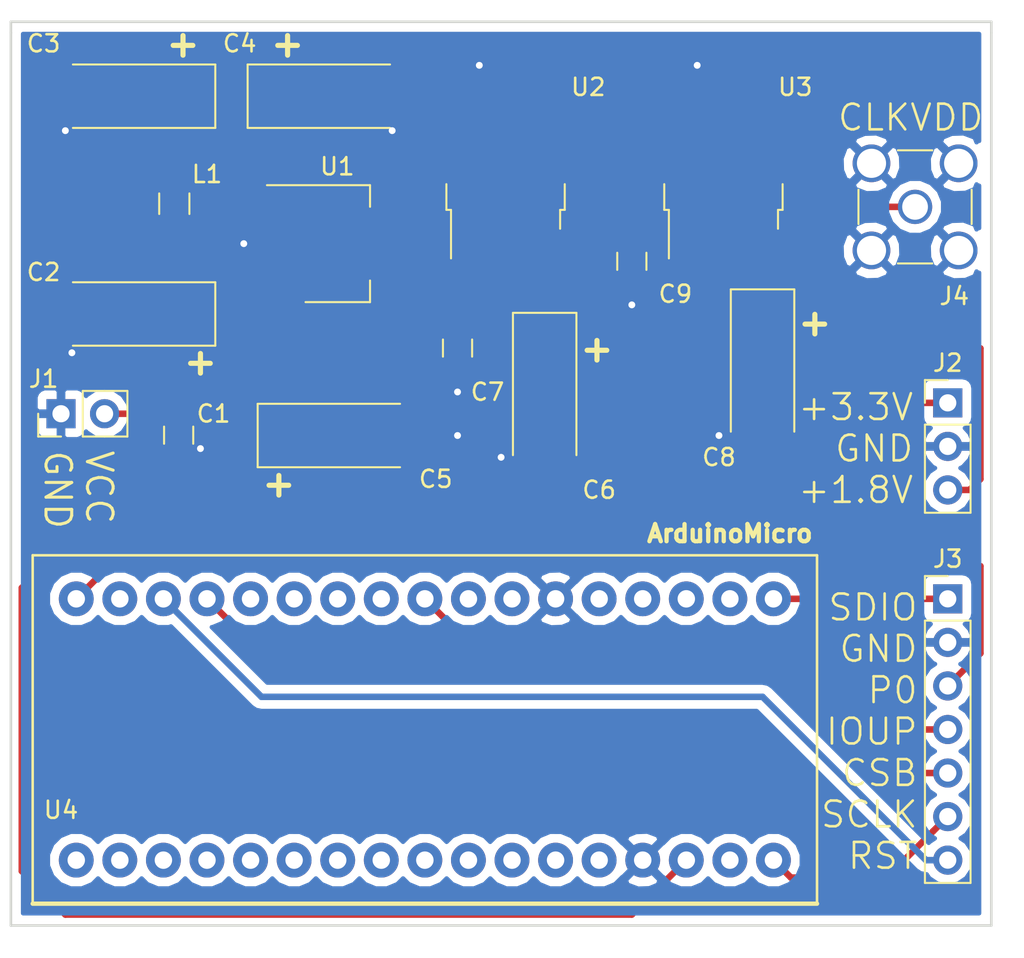
<source format=kicad_pcb>
(kicad_pcb (version 4) (host pcbnew 4.0.7)

  (general
    (links 51)
    (no_connects 1)
    (area 164.389999 93.904999 221.690001 146.760001)
    (thickness 1.6)
    (drawings 16)
    (tracks 108)
    (zones 0)
    (modules 18)
    (nets 38)
  )

  (page USLetter)
  (layers
    (0 F.Cu signal)
    (31 B.Cu signal)
    (32 B.Adhes user)
    (33 F.Adhes user)
    (34 B.Paste user)
    (35 F.Paste user)
    (36 B.SilkS user)
    (37 F.SilkS user)
    (38 B.Mask user)
    (39 F.Mask user)
    (40 Dwgs.User user)
    (41 Cmts.User user)
    (42 Eco1.User user)
    (43 Eco2.User user)
    (44 Edge.Cuts user)
    (45 Margin user)
    (46 B.CrtYd user)
    (47 F.CrtYd user)
    (48 B.Fab user hide)
    (49 F.Fab user hide)
  )

  (setup
    (last_trace_width 0.381)
    (trace_clearance 0.254)
    (zone_clearance 0.508)
    (zone_45_only no)
    (trace_min 0.2)
    (segment_width 0.2)
    (edge_width 0.15)
    (via_size 0.6)
    (via_drill 0.4)
    (via_min_size 0.4)
    (via_min_drill 0.3)
    (uvia_size 0.3)
    (uvia_drill 0.1)
    (uvias_allowed no)
    (uvia_min_size 0.2)
    (uvia_min_drill 0.1)
    (pcb_text_width 0.3)
    (pcb_text_size 1.5 1.5)
    (mod_edge_width 0.15)
    (mod_text_size 1 1)
    (mod_text_width 0.15)
    (pad_size 1.524 1.524)
    (pad_drill 0.762)
    (pad_to_mask_clearance 0.2)
    (aux_axis_origin 0 0)
    (visible_elements 7FFFFFFF)
    (pcbplotparams
      (layerselection 0x00030_80000001)
      (usegerberextensions false)
      (excludeedgelayer true)
      (linewidth 0.100000)
      (plotframeref false)
      (viasonmask false)
      (mode 1)
      (useauxorigin false)
      (hpglpennumber 1)
      (hpglpenspeed 20)
      (hpglpendiameter 15)
      (hpglpenoverlay 2)
      (psnegative false)
      (psa4output false)
      (plotreference true)
      (plotvalue true)
      (plotinvisibletext false)
      (padsonsilk false)
      (subtractmaskfromsilk false)
      (outputformat 1)
      (mirror false)
      (drillshape 1)
      (scaleselection 1)
      (outputdirectory ""))
  )

  (net 0 "")
  (net 1 "Net-(J3-Pad1)")
  (net 2 "Net-(U4-Pad2)")
  (net 3 "Net-(U4-Pad3)")
  (net 4 "Net-(U4-Pad4)")
  (net 5 "Net-(U4-Pad5)")
  (net 6 "Net-(U4-Pad7)")
  (net 7 "Net-(U4-Pad8)")
  (net 8 "Net-(J3-Pad4)")
  (net 9 "Net-(U4-Pad10)")
  (net 10 "Net-(U4-Pad11)")
  (net 11 "Net-(U4-Pad12)")
  (net 12 "Net-(U4-Pad13)")
  (net 13 "Net-(J3-Pad5)")
  (net 14 "Net-(J3-Pad7)")
  (net 15 "Net-(U4-Pad16)")
  (net 16 "Net-(J3-Pad3)")
  (net 17 "Net-(U4-Pad18)")
  (net 18 "Net-(U4-Pad19)")
  (net 19 "Net-(U4-Pad20)")
  (net 20 "Net-(U4-Pad21)")
  (net 21 "Net-(U4-Pad22)")
  (net 22 "Net-(U4-Pad23)")
  (net 23 "Net-(U4-Pad24)")
  (net 24 "Net-(U4-Pad25)")
  (net 25 "Net-(U4-Pad26)")
  (net 26 "Net-(U4-Pad27)")
  (net 27 "Net-(U4-Pad28)")
  (net 28 "Net-(U4-Pad29)")
  (net 29 "Net-(U4-Pad30)")
  (net 30 GND)
  (net 31 "Net-(C5-Pad1)")
  (net 32 "Net-(U4-Pad33)")
  (net 33 "Net-(J3-Pad6)")
  (net 34 "Net-(C1-Pad1)")
  (net 35 /+15V)
  (net 36 /+3.3V)
  (net 37 /+1.8V)

  (net_class Default "This is the default net class."
    (clearance 0.254)
    (trace_width 0.381)
    (via_dia 0.6)
    (via_drill 0.4)
    (uvia_dia 0.3)
    (uvia_drill 0.1)
    (add_net /+1.8V)
    (add_net /+15V)
    (add_net /+3.3V)
    (add_net GND)
    (add_net "Net-(C1-Pad1)")
    (add_net "Net-(C5-Pad1)")
    (add_net "Net-(J3-Pad1)")
    (add_net "Net-(J3-Pad3)")
    (add_net "Net-(J3-Pad4)")
    (add_net "Net-(J3-Pad5)")
    (add_net "Net-(J3-Pad6)")
    (add_net "Net-(J3-Pad7)")
    (add_net "Net-(U4-Pad10)")
    (add_net "Net-(U4-Pad11)")
    (add_net "Net-(U4-Pad12)")
    (add_net "Net-(U4-Pad13)")
    (add_net "Net-(U4-Pad16)")
    (add_net "Net-(U4-Pad18)")
    (add_net "Net-(U4-Pad19)")
    (add_net "Net-(U4-Pad2)")
    (add_net "Net-(U4-Pad20)")
    (add_net "Net-(U4-Pad21)")
    (add_net "Net-(U4-Pad22)")
    (add_net "Net-(U4-Pad23)")
    (add_net "Net-(U4-Pad24)")
    (add_net "Net-(U4-Pad25)")
    (add_net "Net-(U4-Pad26)")
    (add_net "Net-(U4-Pad27)")
    (add_net "Net-(U4-Pad28)")
    (add_net "Net-(U4-Pad29)")
    (add_net "Net-(U4-Pad3)")
    (add_net "Net-(U4-Pad30)")
    (add_net "Net-(U4-Pad33)")
    (add_net "Net-(U4-Pad4)")
    (add_net "Net-(U4-Pad5)")
    (add_net "Net-(U4-Pad7)")
    (add_net "Net-(U4-Pad8)")
  )

  (module Capacitors_SMD:C_0805_HandSoldering (layer F.Cu) (tedit 58AA84A8) (tstamp 5B525230)
    (at 174.244 118.09 270)
    (descr "Capacitor SMD 0805, hand soldering")
    (tags "capacitor 0805")
    (path /5B528A5E)
    (attr smd)
    (fp_text reference C1 (at -1.25 -2.032 360) (layer F.SilkS)
      (effects (font (size 1 1) (thickness 0.15)))
    )
    (fp_text value 0.01uF (at 0 1.75 270) (layer F.Fab)
      (effects (font (size 1 1) (thickness 0.15)))
    )
    (fp_text user %R (at 0 -1.75 270) (layer F.Fab)
      (effects (font (size 1 1) (thickness 0.15)))
    )
    (fp_line (start -1 0.62) (end -1 -0.62) (layer F.Fab) (width 0.1))
    (fp_line (start 1 0.62) (end -1 0.62) (layer F.Fab) (width 0.1))
    (fp_line (start 1 -0.62) (end 1 0.62) (layer F.Fab) (width 0.1))
    (fp_line (start -1 -0.62) (end 1 -0.62) (layer F.Fab) (width 0.1))
    (fp_line (start 0.5 -0.85) (end -0.5 -0.85) (layer F.SilkS) (width 0.12))
    (fp_line (start -0.5 0.85) (end 0.5 0.85) (layer F.SilkS) (width 0.12))
    (fp_line (start -2.25 -0.88) (end 2.25 -0.88) (layer F.CrtYd) (width 0.05))
    (fp_line (start -2.25 -0.88) (end -2.25 0.87) (layer F.CrtYd) (width 0.05))
    (fp_line (start 2.25 0.87) (end 2.25 -0.88) (layer F.CrtYd) (width 0.05))
    (fp_line (start 2.25 0.87) (end -2.25 0.87) (layer F.CrtYd) (width 0.05))
    (pad 1 smd rect (at -1.25 0 270) (size 1.5 1.25) (layers F.Cu F.Paste F.Mask)
      (net 34 "Net-(C1-Pad1)"))
    (pad 2 smd rect (at 1.25 0 270) (size 1.5 1.25) (layers F.Cu F.Paste F.Mask)
      (net 30 GND))
    (model Capacitors_SMD.3dshapes/C_0805.wrl
      (at (xyz 0 0 0))
      (scale (xyz 1 1 1))
      (rotate (xyz 0 0 0))
    )
  )

  (module Capacitors_Tantalum_SMD:CP_Tantalum_Case-C_EIA-6032-28_Hand (layer F.Cu) (tedit 58CC8C08) (tstamp 5B525236)
    (at 171.079594 111.020838 180)
    (descr "Tantalum capacitor, Case C, EIA 6032-28, 6.0x3.2x2.5mm, Hand soldering footprint")
    (tags "capacitor tantalum smd")
    (path /5B52373E)
    (attr smd)
    (fp_text reference C2 (at 4.709594 2.435838 180) (layer F.SilkS)
      (effects (font (size 1 1) (thickness 0.15)))
    )
    (fp_text value 10uF (at 0 3.35 180) (layer F.Fab)
      (effects (font (size 1 1) (thickness 0.15)))
    )
    (fp_text user %R (at 0 0 180) (layer F.Fab)
      (effects (font (size 1 1) (thickness 0.15)))
    )
    (fp_line (start -5.4 -2) (end -5.4 2) (layer F.CrtYd) (width 0.05))
    (fp_line (start -5.4 2) (end 5.4 2) (layer F.CrtYd) (width 0.05))
    (fp_line (start 5.4 2) (end 5.4 -2) (layer F.CrtYd) (width 0.05))
    (fp_line (start 5.4 -2) (end -5.4 -2) (layer F.CrtYd) (width 0.05))
    (fp_line (start -3 -1.6) (end -3 1.6) (layer F.Fab) (width 0.1))
    (fp_line (start -3 1.6) (end 3 1.6) (layer F.Fab) (width 0.1))
    (fp_line (start 3 1.6) (end 3 -1.6) (layer F.Fab) (width 0.1))
    (fp_line (start 3 -1.6) (end -3 -1.6) (layer F.Fab) (width 0.1))
    (fp_line (start -2.4 -1.6) (end -2.4 1.6) (layer F.Fab) (width 0.1))
    (fp_line (start -2.1 -1.6) (end -2.1 1.6) (layer F.Fab) (width 0.1))
    (fp_line (start -5.3 -1.85) (end 3 -1.85) (layer F.SilkS) (width 0.12))
    (fp_line (start -5.3 1.85) (end 3 1.85) (layer F.SilkS) (width 0.12))
    (fp_line (start -5.3 -1.85) (end -5.3 1.85) (layer F.SilkS) (width 0.12))
    (pad 1 smd rect (at -3.125 0 180) (size 3.75 2.5) (layers F.Cu F.Paste F.Mask)
      (net 34 "Net-(C1-Pad1)"))
    (pad 2 smd rect (at 3.125 0 180) (size 3.75 2.5) (layers F.Cu F.Paste F.Mask)
      (net 30 GND))
    (model Capacitors_Tantalum_SMD.3dshapes/CP_Tantalum_Case-C_EIA-6032-28.wrl
      (at (xyz 0 0 0))
      (scale (xyz 1 1 1))
      (rotate (xyz 0 0 0))
    )
  )

  (module Capacitors_Tantalum_SMD:CP_Tantalum_Case-C_EIA-6032-28_Hand (layer F.Cu) (tedit 58CC8C08) (tstamp 5B52523C)
    (at 171.079594 98.320838 180)
    (descr "Tantalum capacitor, Case C, EIA 6032-28, 6.0x3.2x2.5mm, Hand soldering footprint")
    (tags "capacitor tantalum smd")
    (path /5B523793)
    (attr smd)
    (fp_text reference C3 (at 4.709594 3.070838 180) (layer F.SilkS)
      (effects (font (size 1 1) (thickness 0.15)))
    )
    (fp_text value 10uF (at 0 3.35 180) (layer F.Fab)
      (effects (font (size 1 1) (thickness 0.15)))
    )
    (fp_text user %R (at 0 0 360) (layer F.Fab)
      (effects (font (size 1 1) (thickness 0.15)))
    )
    (fp_line (start -5.4 -2) (end -5.4 2) (layer F.CrtYd) (width 0.05))
    (fp_line (start -5.4 2) (end 5.4 2) (layer F.CrtYd) (width 0.05))
    (fp_line (start 5.4 2) (end 5.4 -2) (layer F.CrtYd) (width 0.05))
    (fp_line (start 5.4 -2) (end -5.4 -2) (layer F.CrtYd) (width 0.05))
    (fp_line (start -3 -1.6) (end -3 1.6) (layer F.Fab) (width 0.1))
    (fp_line (start -3 1.6) (end 3 1.6) (layer F.Fab) (width 0.1))
    (fp_line (start 3 1.6) (end 3 -1.6) (layer F.Fab) (width 0.1))
    (fp_line (start 3 -1.6) (end -3 -1.6) (layer F.Fab) (width 0.1))
    (fp_line (start -2.4 -1.6) (end -2.4 1.6) (layer F.Fab) (width 0.1))
    (fp_line (start -2.1 -1.6) (end -2.1 1.6) (layer F.Fab) (width 0.1))
    (fp_line (start -5.3 -1.85) (end 3 -1.85) (layer F.SilkS) (width 0.12))
    (fp_line (start -5.3 1.85) (end 3 1.85) (layer F.SilkS) (width 0.12))
    (fp_line (start -5.3 -1.85) (end -5.3 1.85) (layer F.SilkS) (width 0.12))
    (pad 1 smd rect (at -3.125 0 180) (size 3.75 2.5) (layers F.Cu F.Paste F.Mask)
      (net 35 /+15V))
    (pad 2 smd rect (at 3.125 0 180) (size 3.75 2.5) (layers F.Cu F.Paste F.Mask)
      (net 30 GND))
    (model Capacitors_Tantalum_SMD.3dshapes/CP_Tantalum_Case-C_EIA-6032-28.wrl
      (at (xyz 0 0 0))
      (scale (xyz 1 1 1))
      (rotate (xyz 0 0 0))
    )
  )

  (module Capacitors_Tantalum_SMD:CP_Tantalum_Case-C_EIA-6032-28_Hand (layer F.Cu) (tedit 58CC8C08) (tstamp 5B525242)
    (at 183.565 98.320838)
    (descr "Tantalum capacitor, Case C, EIA 6032-28, 6.0x3.2x2.5mm, Hand soldering footprint")
    (tags "capacitor tantalum smd")
    (path /5B524A4B)
    (attr smd)
    (fp_text reference C4 (at -5.765 -3.070838) (layer F.SilkS)
      (effects (font (size 1 1) (thickness 0.15)))
    )
    (fp_text value 0.47uF (at 0 3.35) (layer F.Fab)
      (effects (font (size 1 1) (thickness 0.15)))
    )
    (fp_text user %R (at 0 0) (layer F.Fab)
      (effects (font (size 1 1) (thickness 0.15)))
    )
    (fp_line (start -5.4 -2) (end -5.4 2) (layer F.CrtYd) (width 0.05))
    (fp_line (start -5.4 2) (end 5.4 2) (layer F.CrtYd) (width 0.05))
    (fp_line (start 5.4 2) (end 5.4 -2) (layer F.CrtYd) (width 0.05))
    (fp_line (start 5.4 -2) (end -5.4 -2) (layer F.CrtYd) (width 0.05))
    (fp_line (start -3 -1.6) (end -3 1.6) (layer F.Fab) (width 0.1))
    (fp_line (start -3 1.6) (end 3 1.6) (layer F.Fab) (width 0.1))
    (fp_line (start 3 1.6) (end 3 -1.6) (layer F.Fab) (width 0.1))
    (fp_line (start 3 -1.6) (end -3 -1.6) (layer F.Fab) (width 0.1))
    (fp_line (start -2.4 -1.6) (end -2.4 1.6) (layer F.Fab) (width 0.1))
    (fp_line (start -2.1 -1.6) (end -2.1 1.6) (layer F.Fab) (width 0.1))
    (fp_line (start -5.3 -1.85) (end 3 -1.85) (layer F.SilkS) (width 0.12))
    (fp_line (start -5.3 1.85) (end 3 1.85) (layer F.SilkS) (width 0.12))
    (fp_line (start -5.3 -1.85) (end -5.3 1.85) (layer F.SilkS) (width 0.12))
    (pad 1 smd rect (at -3.125 0) (size 3.75 2.5) (layers F.Cu F.Paste F.Mask)
      (net 35 /+15V))
    (pad 2 smd rect (at 3.125 0) (size 3.75 2.5) (layers F.Cu F.Paste F.Mask)
      (net 30 GND))
    (model Capacitors_Tantalum_SMD.3dshapes/CP_Tantalum_Case-C_EIA-6032-28.wrl
      (at (xyz 0 0 0))
      (scale (xyz 1 1 1))
      (rotate (xyz 0 0 0))
    )
  )

  (module Capacitors_Tantalum_SMD:CP_Tantalum_Case-C_EIA-6032-28_Hand (layer F.Cu) (tedit 58CC8C08) (tstamp 5B525248)
    (at 184.15 118.11)
    (descr "Tantalum capacitor, Case C, EIA 6032-28, 6.0x3.2x2.5mm, Hand soldering footprint")
    (tags "capacitor tantalum smd")
    (path /5B524ABF)
    (attr smd)
    (fp_text reference C5 (at 5.08 2.54) (layer F.SilkS)
      (effects (font (size 1 1) (thickness 0.15)))
    )
    (fp_text value 22uF (at 0 3.35) (layer F.Fab)
      (effects (font (size 1 1) (thickness 0.15)))
    )
    (fp_text user %R (at 0 0) (layer F.Fab)
      (effects (font (size 1 1) (thickness 0.15)))
    )
    (fp_line (start -5.4 -2) (end -5.4 2) (layer F.CrtYd) (width 0.05))
    (fp_line (start -5.4 2) (end 5.4 2) (layer F.CrtYd) (width 0.05))
    (fp_line (start 5.4 2) (end 5.4 -2) (layer F.CrtYd) (width 0.05))
    (fp_line (start 5.4 -2) (end -5.4 -2) (layer F.CrtYd) (width 0.05))
    (fp_line (start -3 -1.6) (end -3 1.6) (layer F.Fab) (width 0.1))
    (fp_line (start -3 1.6) (end 3 1.6) (layer F.Fab) (width 0.1))
    (fp_line (start 3 1.6) (end 3 -1.6) (layer F.Fab) (width 0.1))
    (fp_line (start 3 -1.6) (end -3 -1.6) (layer F.Fab) (width 0.1))
    (fp_line (start -2.4 -1.6) (end -2.4 1.6) (layer F.Fab) (width 0.1))
    (fp_line (start -2.1 -1.6) (end -2.1 1.6) (layer F.Fab) (width 0.1))
    (fp_line (start -5.3 -1.85) (end 3 -1.85) (layer F.SilkS) (width 0.12))
    (fp_line (start -5.3 1.85) (end 3 1.85) (layer F.SilkS) (width 0.12))
    (fp_line (start -5.3 -1.85) (end -5.3 1.85) (layer F.SilkS) (width 0.12))
    (pad 1 smd rect (at -3.125 0) (size 3.75 2.5) (layers F.Cu F.Paste F.Mask)
      (net 31 "Net-(C5-Pad1)"))
    (pad 2 smd rect (at 3.125 0) (size 3.75 2.5) (layers F.Cu F.Paste F.Mask)
      (net 30 GND))
    (model Capacitors_Tantalum_SMD.3dshapes/CP_Tantalum_Case-C_EIA-6032-28.wrl
      (at (xyz 0 0 0))
      (scale (xyz 1 1 1))
      (rotate (xyz 0 0 0))
    )
  )

  (module Capacitors_Tantalum_SMD:CP_Tantalum_Case-C_EIA-6032-28_Hand (layer F.Cu) (tedit 58CC8C08) (tstamp 5B52524E)
    (at 195.58 116.255 270)
    (descr "Tantalum capacitor, Case C, EIA 6032-28, 6.0x3.2x2.5mm, Hand soldering footprint")
    (tags "capacitor tantalum smd")
    (path /5B526E5A)
    (attr smd)
    (fp_text reference C6 (at 5.03 -3.175 360) (layer F.SilkS)
      (effects (font (size 1 1) (thickness 0.15)))
    )
    (fp_text value 10uF (at 0 3.35 270) (layer F.Fab)
      (effects (font (size 1 1) (thickness 0.15)))
    )
    (fp_text user %R (at 0 0 270) (layer F.Fab)
      (effects (font (size 1 1) (thickness 0.15)))
    )
    (fp_line (start -5.4 -2) (end -5.4 2) (layer F.CrtYd) (width 0.05))
    (fp_line (start -5.4 2) (end 5.4 2) (layer F.CrtYd) (width 0.05))
    (fp_line (start 5.4 2) (end 5.4 -2) (layer F.CrtYd) (width 0.05))
    (fp_line (start 5.4 -2) (end -5.4 -2) (layer F.CrtYd) (width 0.05))
    (fp_line (start -3 -1.6) (end -3 1.6) (layer F.Fab) (width 0.1))
    (fp_line (start -3 1.6) (end 3 1.6) (layer F.Fab) (width 0.1))
    (fp_line (start 3 1.6) (end 3 -1.6) (layer F.Fab) (width 0.1))
    (fp_line (start 3 -1.6) (end -3 -1.6) (layer F.Fab) (width 0.1))
    (fp_line (start -2.4 -1.6) (end -2.4 1.6) (layer F.Fab) (width 0.1))
    (fp_line (start -2.1 -1.6) (end -2.1 1.6) (layer F.Fab) (width 0.1))
    (fp_line (start -5.3 -1.85) (end 3 -1.85) (layer F.SilkS) (width 0.12))
    (fp_line (start -5.3 1.85) (end 3 1.85) (layer F.SilkS) (width 0.12))
    (fp_line (start -5.3 -1.85) (end -5.3 1.85) (layer F.SilkS) (width 0.12))
    (pad 1 smd rect (at -3.125 0 270) (size 3.75 2.5) (layers F.Cu F.Paste F.Mask)
      (net 36 /+3.3V))
    (pad 2 smd rect (at 3.125 0 270) (size 3.75 2.5) (layers F.Cu F.Paste F.Mask)
      (net 30 GND))
    (model Capacitors_Tantalum_SMD.3dshapes/CP_Tantalum_Case-C_EIA-6032-28.wrl
      (at (xyz 0 0 0))
      (scale (xyz 1 1 1))
      (rotate (xyz 0 0 0))
    )
  )

  (module Capacitors_SMD:C_0805_HandSoldering (layer F.Cu) (tedit 58AA84A8) (tstamp 5B525254)
    (at 190.5 113.01 270)
    (descr "Capacitor SMD 0805, hand soldering")
    (tags "capacitor 0805")
    (path /5B526E00)
    (attr smd)
    (fp_text reference C7 (at 2.56 -1.75 360) (layer F.SilkS)
      (effects (font (size 1 1) (thickness 0.15)))
    )
    (fp_text value 0.1uF (at 0 1.75 270) (layer F.Fab)
      (effects (font (size 1 1) (thickness 0.15)))
    )
    (fp_text user %R (at 0 -1.75 270) (layer F.Fab)
      (effects (font (size 1 1) (thickness 0.15)))
    )
    (fp_line (start -1 0.62) (end -1 -0.62) (layer F.Fab) (width 0.1))
    (fp_line (start 1 0.62) (end -1 0.62) (layer F.Fab) (width 0.1))
    (fp_line (start 1 -0.62) (end 1 0.62) (layer F.Fab) (width 0.1))
    (fp_line (start -1 -0.62) (end 1 -0.62) (layer F.Fab) (width 0.1))
    (fp_line (start 0.5 -0.85) (end -0.5 -0.85) (layer F.SilkS) (width 0.12))
    (fp_line (start -0.5 0.85) (end 0.5 0.85) (layer F.SilkS) (width 0.12))
    (fp_line (start -2.25 -0.88) (end 2.25 -0.88) (layer F.CrtYd) (width 0.05))
    (fp_line (start -2.25 -0.88) (end -2.25 0.87) (layer F.CrtYd) (width 0.05))
    (fp_line (start 2.25 0.87) (end 2.25 -0.88) (layer F.CrtYd) (width 0.05))
    (fp_line (start 2.25 0.87) (end -2.25 0.87) (layer F.CrtYd) (width 0.05))
    (pad 1 smd rect (at -1.25 0 270) (size 1.5 1.25) (layers F.Cu F.Paste F.Mask)
      (net 35 /+15V))
    (pad 2 smd rect (at 1.25 0 270) (size 1.5 1.25) (layers F.Cu F.Paste F.Mask)
      (net 30 GND))
    (model Capacitors_SMD.3dshapes/C_0805.wrl
      (at (xyz 0 0 0))
      (scale (xyz 1 1 1))
      (rotate (xyz 0 0 0))
    )
  )

  (module Capacitors_Tantalum_SMD:CP_Tantalum_Case-C_EIA-6032-28_Hand (layer F.Cu) (tedit 58CC8C08) (tstamp 5B52525A)
    (at 208.28 114.885 270)
    (descr "Tantalum capacitor, Case C, EIA 6032-28, 6.0x3.2x2.5mm, Hand soldering footprint")
    (tags "capacitor tantalum smd")
    (path /5B526227)
    (attr smd)
    (fp_text reference C8 (at 4.495 2.54 360) (layer F.SilkS)
      (effects (font (size 1 1) (thickness 0.15)))
    )
    (fp_text value 10uF (at 0 3.35 270) (layer F.Fab)
      (effects (font (size 1 1) (thickness 0.15)))
    )
    (fp_text user %R (at 0 0 270) (layer F.Fab)
      (effects (font (size 1 1) (thickness 0.15)))
    )
    (fp_line (start -5.4 -2) (end -5.4 2) (layer F.CrtYd) (width 0.05))
    (fp_line (start -5.4 2) (end 5.4 2) (layer F.CrtYd) (width 0.05))
    (fp_line (start 5.4 2) (end 5.4 -2) (layer F.CrtYd) (width 0.05))
    (fp_line (start 5.4 -2) (end -5.4 -2) (layer F.CrtYd) (width 0.05))
    (fp_line (start -3 -1.6) (end -3 1.6) (layer F.Fab) (width 0.1))
    (fp_line (start -3 1.6) (end 3 1.6) (layer F.Fab) (width 0.1))
    (fp_line (start 3 1.6) (end 3 -1.6) (layer F.Fab) (width 0.1))
    (fp_line (start 3 -1.6) (end -3 -1.6) (layer F.Fab) (width 0.1))
    (fp_line (start -2.4 -1.6) (end -2.4 1.6) (layer F.Fab) (width 0.1))
    (fp_line (start -2.1 -1.6) (end -2.1 1.6) (layer F.Fab) (width 0.1))
    (fp_line (start -5.3 -1.85) (end 3 -1.85) (layer F.SilkS) (width 0.12))
    (fp_line (start -5.3 1.85) (end 3 1.85) (layer F.SilkS) (width 0.12))
    (fp_line (start -5.3 -1.85) (end -5.3 1.85) (layer F.SilkS) (width 0.12))
    (pad 1 smd rect (at -3.125 0 270) (size 3.75 2.5) (layers F.Cu F.Paste F.Mask)
      (net 37 /+1.8V))
    (pad 2 smd rect (at 3.125 0 270) (size 3.75 2.5) (layers F.Cu F.Paste F.Mask)
      (net 30 GND))
    (model Capacitors_Tantalum_SMD.3dshapes/CP_Tantalum_Case-C_EIA-6032-28.wrl
      (at (xyz 0 0 0))
      (scale (xyz 1 1 1))
      (rotate (xyz 0 0 0))
    )
  )

  (module Capacitors_SMD:C_0805_HandSoldering (layer F.Cu) (tedit 58AA84A8) (tstamp 5B525260)
    (at 200.66 107.95 270)
    (descr "Capacitor SMD 0805, hand soldering")
    (tags "capacitor 0805")
    (path /5B52630F)
    (attr smd)
    (fp_text reference C9 (at 1.905 -2.54 360) (layer F.SilkS)
      (effects (font (size 1 1) (thickness 0.15)))
    )
    (fp_text value 0.1uF (at 0 1.75 270) (layer F.Fab)
      (effects (font (size 1 1) (thickness 0.15)))
    )
    (fp_text user %R (at 0 -1.75 270) (layer F.Fab)
      (effects (font (size 1 1) (thickness 0.15)))
    )
    (fp_line (start -1 0.62) (end -1 -0.62) (layer F.Fab) (width 0.1))
    (fp_line (start 1 0.62) (end -1 0.62) (layer F.Fab) (width 0.1))
    (fp_line (start 1 -0.62) (end 1 0.62) (layer F.Fab) (width 0.1))
    (fp_line (start -1 -0.62) (end 1 -0.62) (layer F.Fab) (width 0.1))
    (fp_line (start 0.5 -0.85) (end -0.5 -0.85) (layer F.SilkS) (width 0.12))
    (fp_line (start -0.5 0.85) (end 0.5 0.85) (layer F.SilkS) (width 0.12))
    (fp_line (start -2.25 -0.88) (end 2.25 -0.88) (layer F.CrtYd) (width 0.05))
    (fp_line (start -2.25 -0.88) (end -2.25 0.87) (layer F.CrtYd) (width 0.05))
    (fp_line (start 2.25 0.87) (end 2.25 -0.88) (layer F.CrtYd) (width 0.05))
    (fp_line (start 2.25 0.87) (end -2.25 0.87) (layer F.CrtYd) (width 0.05))
    (pad 1 smd rect (at -1.25 0 270) (size 1.5 1.25) (layers F.Cu F.Paste F.Mask)
      (net 35 /+15V))
    (pad 2 smd rect (at 1.25 0 270) (size 1.5 1.25) (layers F.Cu F.Paste F.Mask)
      (net 30 GND))
    (model Capacitors_SMD.3dshapes/C_0805.wrl
      (at (xyz 0 0 0))
      (scale (xyz 1 1 1))
      (rotate (xyz 0 0 0))
    )
  )

  (module Pin_Headers:Pin_Header_Straight_1x02_Pitch2.54mm (layer F.Cu) (tedit 59650532) (tstamp 5B525266)
    (at 167.386 116.84 90)
    (descr "Through hole straight pin header, 1x02, 2.54mm pitch, single row")
    (tags "Through hole pin header THT 1x02 2.54mm single row")
    (path /5B522B18)
    (fp_text reference J1 (at 2.032 -1.016 180) (layer F.SilkS)
      (effects (font (size 1 1) (thickness 0.15)))
    )
    (fp_text value "POWER IN" (at 0 4.87 90) (layer F.Fab)
      (effects (font (size 1 1) (thickness 0.15)))
    )
    (fp_line (start -0.635 -1.27) (end 1.27 -1.27) (layer F.Fab) (width 0.1))
    (fp_line (start 1.27 -1.27) (end 1.27 3.81) (layer F.Fab) (width 0.1))
    (fp_line (start 1.27 3.81) (end -1.27 3.81) (layer F.Fab) (width 0.1))
    (fp_line (start -1.27 3.81) (end -1.27 -0.635) (layer F.Fab) (width 0.1))
    (fp_line (start -1.27 -0.635) (end -0.635 -1.27) (layer F.Fab) (width 0.1))
    (fp_line (start -1.33 3.87) (end 1.33 3.87) (layer F.SilkS) (width 0.12))
    (fp_line (start -1.33 1.27) (end -1.33 3.87) (layer F.SilkS) (width 0.12))
    (fp_line (start 1.33 1.27) (end 1.33 3.87) (layer F.SilkS) (width 0.12))
    (fp_line (start -1.33 1.27) (end 1.33 1.27) (layer F.SilkS) (width 0.12))
    (fp_line (start -1.33 0) (end -1.33 -1.33) (layer F.SilkS) (width 0.12))
    (fp_line (start -1.33 -1.33) (end 0 -1.33) (layer F.SilkS) (width 0.12))
    (fp_line (start -1.8 -1.8) (end -1.8 4.35) (layer F.CrtYd) (width 0.05))
    (fp_line (start -1.8 4.35) (end 1.8 4.35) (layer F.CrtYd) (width 0.05))
    (fp_line (start 1.8 4.35) (end 1.8 -1.8) (layer F.CrtYd) (width 0.05))
    (fp_line (start 1.8 -1.8) (end -1.8 -1.8) (layer F.CrtYd) (width 0.05))
    (fp_text user %R (at 0 1.27 180) (layer F.Fab)
      (effects (font (size 1 1) (thickness 0.15)))
    )
    (pad 1 thru_hole rect (at 0 0 90) (size 1.7 1.7) (drill 1) (layers *.Cu *.Mask)
      (net 30 GND))
    (pad 2 thru_hole oval (at 0 2.54 90) (size 1.7 1.7) (drill 1) (layers *.Cu *.Mask)
      (net 34 "Net-(C1-Pad1)"))
    (model ${KISYS3DMOD}/Pin_Headers.3dshapes/Pin_Header_Straight_1x02_Pitch2.54mm.wrl
      (at (xyz 0 0 0))
      (scale (xyz 1 1 1))
      (rotate (xyz 0 0 0))
    )
  )

  (module Pin_Headers:Pin_Header_Straight_1x03_Pitch2.54mm (layer F.Cu) (tedit 59650532) (tstamp 5B52526D)
    (at 219.075 116.205)
    (descr "Through hole straight pin header, 1x03, 2.54mm pitch, single row")
    (tags "Through hole pin header THT 1x03 2.54mm single row")
    (path /5B527E0F)
    (fp_text reference J2 (at 0 -2.33) (layer F.SilkS)
      (effects (font (size 1 1) (thickness 0.15)))
    )
    (fp_text value DDSPower (at 0 7.41) (layer F.Fab)
      (effects (font (size 1 1) (thickness 0.15)))
    )
    (fp_line (start -0.635 -1.27) (end 1.27 -1.27) (layer F.Fab) (width 0.1))
    (fp_line (start 1.27 -1.27) (end 1.27 6.35) (layer F.Fab) (width 0.1))
    (fp_line (start 1.27 6.35) (end -1.27 6.35) (layer F.Fab) (width 0.1))
    (fp_line (start -1.27 6.35) (end -1.27 -0.635) (layer F.Fab) (width 0.1))
    (fp_line (start -1.27 -0.635) (end -0.635 -1.27) (layer F.Fab) (width 0.1))
    (fp_line (start -1.33 6.41) (end 1.33 6.41) (layer F.SilkS) (width 0.12))
    (fp_line (start -1.33 1.27) (end -1.33 6.41) (layer F.SilkS) (width 0.12))
    (fp_line (start 1.33 1.27) (end 1.33 6.41) (layer F.SilkS) (width 0.12))
    (fp_line (start -1.33 1.27) (end 1.33 1.27) (layer F.SilkS) (width 0.12))
    (fp_line (start -1.33 0) (end -1.33 -1.33) (layer F.SilkS) (width 0.12))
    (fp_line (start -1.33 -1.33) (end 0 -1.33) (layer F.SilkS) (width 0.12))
    (fp_line (start -1.8 -1.8) (end -1.8 6.85) (layer F.CrtYd) (width 0.05))
    (fp_line (start -1.8 6.85) (end 1.8 6.85) (layer F.CrtYd) (width 0.05))
    (fp_line (start 1.8 6.85) (end 1.8 -1.8) (layer F.CrtYd) (width 0.05))
    (fp_line (start 1.8 -1.8) (end -1.8 -1.8) (layer F.CrtYd) (width 0.05))
    (fp_text user %R (at 0 2.54 90) (layer F.Fab)
      (effects (font (size 1 1) (thickness 0.15)))
    )
    (pad 1 thru_hole rect (at 0 0) (size 1.7 1.7) (drill 1) (layers *.Cu *.Mask)
      (net 36 /+3.3V))
    (pad 2 thru_hole oval (at 0 2.54) (size 1.7 1.7) (drill 1) (layers *.Cu *.Mask)
      (net 30 GND))
    (pad 3 thru_hole oval (at 0 5.08) (size 1.7 1.7) (drill 1) (layers *.Cu *.Mask)
      (net 37 /+1.8V))
    (model ${KISYS3DMOD}/Pin_Headers.3dshapes/Pin_Header_Straight_1x03_Pitch2.54mm.wrl
      (at (xyz 0 0 0))
      (scale (xyz 1 1 1))
      (rotate (xyz 0 0 0))
    )
  )

  (module Pin_Headers:Pin_Header_Straight_1x07_Pitch2.54mm (layer F.Cu) (tedit 59650532) (tstamp 5B525278)
    (at 219.075 127.635)
    (descr "Through hole straight pin header, 1x07, 2.54mm pitch, single row")
    (tags "Through hole pin header THT 1x07 2.54mm single row")
    (path /5B5227B9)
    (fp_text reference J3 (at 0 -2.33) (layer F.SilkS)
      (effects (font (size 1 1) (thickness 0.15)))
    )
    (fp_text value SIGOUT (at 0 17.57) (layer F.Fab)
      (effects (font (size 1 1) (thickness 0.15)))
    )
    (fp_line (start -0.635 -1.27) (end 1.27 -1.27) (layer F.Fab) (width 0.1))
    (fp_line (start 1.27 -1.27) (end 1.27 16.51) (layer F.Fab) (width 0.1))
    (fp_line (start 1.27 16.51) (end -1.27 16.51) (layer F.Fab) (width 0.1))
    (fp_line (start -1.27 16.51) (end -1.27 -0.635) (layer F.Fab) (width 0.1))
    (fp_line (start -1.27 -0.635) (end -0.635 -1.27) (layer F.Fab) (width 0.1))
    (fp_line (start -1.33 16.57) (end 1.33 16.57) (layer F.SilkS) (width 0.12))
    (fp_line (start -1.33 1.27) (end -1.33 16.57) (layer F.SilkS) (width 0.12))
    (fp_line (start 1.33 1.27) (end 1.33 16.57) (layer F.SilkS) (width 0.12))
    (fp_line (start -1.33 1.27) (end 1.33 1.27) (layer F.SilkS) (width 0.12))
    (fp_line (start -1.33 0) (end -1.33 -1.33) (layer F.SilkS) (width 0.12))
    (fp_line (start -1.33 -1.33) (end 0 -1.33) (layer F.SilkS) (width 0.12))
    (fp_line (start -1.8 -1.8) (end -1.8 17.05) (layer F.CrtYd) (width 0.05))
    (fp_line (start -1.8 17.05) (end 1.8 17.05) (layer F.CrtYd) (width 0.05))
    (fp_line (start 1.8 17.05) (end 1.8 -1.8) (layer F.CrtYd) (width 0.05))
    (fp_line (start 1.8 -1.8) (end -1.8 -1.8) (layer F.CrtYd) (width 0.05))
    (fp_text user %R (at 0 7.62 90) (layer F.Fab)
      (effects (font (size 1 1) (thickness 0.15)))
    )
    (pad 1 thru_hole rect (at 0 0) (size 1.7 1.7) (drill 1) (layers *.Cu *.Mask)
      (net 1 "Net-(J3-Pad1)"))
    (pad 2 thru_hole oval (at 0 2.54) (size 1.7 1.7) (drill 1) (layers *.Cu *.Mask)
      (net 30 GND))
    (pad 3 thru_hole oval (at 0 5.08) (size 1.7 1.7) (drill 1) (layers *.Cu *.Mask)
      (net 16 "Net-(J3-Pad3)"))
    (pad 4 thru_hole oval (at 0 7.62) (size 1.7 1.7) (drill 1) (layers *.Cu *.Mask)
      (net 8 "Net-(J3-Pad4)"))
    (pad 5 thru_hole oval (at 0 10.16) (size 1.7 1.7) (drill 1) (layers *.Cu *.Mask)
      (net 13 "Net-(J3-Pad5)"))
    (pad 6 thru_hole oval (at 0 12.7) (size 1.7 1.7) (drill 1) (layers *.Cu *.Mask)
      (net 33 "Net-(J3-Pad6)"))
    (pad 7 thru_hole oval (at 0 15.24) (size 1.7 1.7) (drill 1) (layers *.Cu *.Mask)
      (net 14 "Net-(J3-Pad7)"))
    (model ${KISYS3DMOD}/Pin_Headers.3dshapes/Pin_Header_Straight_1x07_Pitch2.54mm.wrl
      (at (xyz 0 0 0))
      (scale (xyz 1 1 1))
      (rotate (xyz 0 0 0))
    )
  )

  (module Connectors:SMA_THT_Jack_Straight (layer F.Cu) (tedit 58C301F2) (tstamp 5B525281)
    (at 217.17 104.775)
    (descr "SMA pcb through hole jack")
    (tags "SMA THT Jack Straight")
    (path /5B527835)
    (fp_text reference J4 (at 2.286 5.207) (layer F.SilkS)
      (effects (font (size 1 1) (thickness 0.15)))
    )
    (fp_text value CLK_VDD (at 0 5) (layer F.Fab)
      (effects (font (size 1 1) (thickness 0.15)))
    )
    (fp_line (start 2.03 -3.05) (end 3.05 -3.05) (layer F.Fab) (width 0.1))
    (fp_line (start -1 -3.3) (end 1 -3.3) (layer F.SilkS) (width 0.12))
    (fp_line (start -1 3.3) (end 1 3.3) (layer F.SilkS) (width 0.12))
    (fp_text user %R (at 0 -5) (layer F.Fab)
      (effects (font (size 1 1) (thickness 0.15)))
    )
    (fp_line (start 3.3 -1) (end 3.3 1) (layer F.SilkS) (width 0.12))
    (fp_line (start -3.3 -1) (end -3.3 1) (layer F.SilkS) (width 0.12))
    (fp_line (start 3.17 -3.17) (end 3.17 3.17) (layer F.Fab) (width 0.1))
    (fp_line (start -3.17 3.17) (end 3.17 3.17) (layer F.Fab) (width 0.1))
    (fp_line (start -3.17 -3.17) (end -3.17 3.17) (layer F.Fab) (width 0.1))
    (fp_line (start -3.17 -3.17) (end 3.17 -3.17) (layer F.Fab) (width 0.1))
    (fp_line (start -2.03 -3.05) (end -2.03 -2.03) (layer F.Fab) (width 0.1))
    (fp_line (start -3.05 -2.03) (end -2.03 -2.03) (layer F.Fab) (width 0.1))
    (fp_line (start -2.03 2.03) (end -2.03 3.05) (layer F.Fab) (width 0.1))
    (fp_line (start -3.05 2.03) (end -2.03 2.03) (layer F.Fab) (width 0.1))
    (fp_line (start 2.03 -3.05) (end 2.03 -2.03) (layer F.Fab) (width 0.1))
    (fp_line (start 2.03 -2.03) (end 3.05 -2.03) (layer F.Fab) (width 0.1))
    (fp_line (start 3.05 2.03) (end 2.03 2.03) (layer F.Fab) (width 0.1))
    (fp_line (start 2.03 2.03) (end 2.03 3.05) (layer F.Fab) (width 0.1))
    (fp_line (start -4.14 -4.14) (end 4.14 -4.14) (layer F.CrtYd) (width 0.05))
    (fp_line (start -4.14 -4.14) (end -4.14 4.14) (layer F.CrtYd) (width 0.05))
    (fp_line (start 4.14 4.14) (end 4.14 -4.14) (layer F.CrtYd) (width 0.05))
    (fp_line (start 4.14 4.14) (end -4.14 4.14) (layer F.CrtYd) (width 0.05))
    (fp_circle (center 0 0) (end 2.04 0) (layer F.Fab) (width 0.1))
    (fp_circle (center 0 0) (end 0.635 0) (layer F.Fab) (width 0.1))
    (fp_line (start 3.05 -3.05) (end 3.05 -2.03) (layer F.Fab) (width 0.1))
    (fp_line (start -3.05 -3.05) (end -3.05 -2.03) (layer F.Fab) (width 0.1))
    (fp_line (start -3.05 -3.05) (end -2.03 -3.05) (layer F.Fab) (width 0.1))
    (fp_line (start -3.05 3.05) (end -2.03 3.05) (layer F.Fab) (width 0.1))
    (fp_line (start -3.05 3.05) (end -3.05 2.03) (layer F.Fab) (width 0.1))
    (fp_line (start 3.05 2.03) (end 3.05 3.05) (layer F.Fab) (width 0.1))
    (fp_line (start 2.03 3.05) (end 3.05 3.05) (layer F.Fab) (width 0.1))
    (pad 2 thru_hole circle (at -2.54 2.54) (size 2.2 2.2) (drill 1.7) (layers *.Cu *.Mask)
      (net 30 GND))
    (pad 2 thru_hole circle (at -2.54 -2.54) (size 2.2 2.2) (drill 1.7) (layers *.Cu *.Mask)
      (net 30 GND))
    (pad 2 thru_hole circle (at 2.54 -2.54) (size 2.2 2.2) (drill 1.7) (layers *.Cu *.Mask)
      (net 30 GND))
    (pad 2 thru_hole circle (at 2.54 2.54) (size 2.2 2.2) (drill 1.7) (layers *.Cu *.Mask)
      (net 30 GND))
    (pad 1 thru_hole circle (at 0 0) (size 2 2) (drill 1.5) (layers *.Cu *.Mask)
      (net 37 /+1.8V))
  )

  (module Inductors_SMD:L_0805_HandSoldering (layer F.Cu) (tedit 58307B90) (tstamp 5B525287)
    (at 173.99 104.590838 90)
    (descr "Resistor SMD 0805, hand soldering")
    (tags "resistor 0805")
    (path /5B5237B9)
    (attr smd)
    (fp_text reference L1 (at 1.720838 1.905 180) (layer F.SilkS)
      (effects (font (size 1 1) (thickness 0.15)))
    )
    (fp_text value 4.7uH (at 0 2.1 90) (layer F.Fab)
      (effects (font (size 1 1) (thickness 0.15)))
    )
    (fp_text user %R (at 0 2.6875 90) (layer F.Fab)
      (effects (font (size 0.5 0.5) (thickness 0.075)))
    )
    (fp_line (start -1 0.62) (end -1 -0.62) (layer F.Fab) (width 0.1))
    (fp_line (start 1 0.62) (end -1 0.62) (layer F.Fab) (width 0.1))
    (fp_line (start 1 -0.62) (end 1 0.62) (layer F.Fab) (width 0.1))
    (fp_line (start -1 -0.62) (end 1 -0.62) (layer F.Fab) (width 0.1))
    (fp_line (start -2.4 -1) (end 2.4 -1) (layer F.CrtYd) (width 0.05))
    (fp_line (start -2.4 1) (end 2.4 1) (layer F.CrtYd) (width 0.05))
    (fp_line (start -2.4 -1) (end -2.4 1) (layer F.CrtYd) (width 0.05))
    (fp_line (start 2.4 -1) (end 2.4 1) (layer F.CrtYd) (width 0.05))
    (fp_line (start 0.6 0.88) (end -0.6 0.88) (layer F.SilkS) (width 0.12))
    (fp_line (start -0.6 -0.88) (end 0.6 -0.88) (layer F.SilkS) (width 0.12))
    (pad 1 smd rect (at -1.35 0 90) (size 1.5 1.3) (layers F.Cu F.Paste F.Mask)
      (net 34 "Net-(C1-Pad1)"))
    (pad 2 smd rect (at 1.35 0 90) (size 1.5 1.3) (layers F.Cu F.Paste F.Mask)
      (net 35 /+15V))
    (model ${KISYS3DMOD}/Inductors_SMD.3dshapes/L_0805.wrl
      (at (xyz 0 0 0))
      (scale (xyz 1 1 1))
      (rotate (xyz 0 0 0))
    )
  )

  (module TO_SOT_Packages_SMD:SOT-223 (layer F.Cu) (tedit 58CE4E7E) (tstamp 5B52528F)
    (at 183.49 106.92)
    (descr "module CMS SOT223 4 pins")
    (tags "CMS SOT")
    (path /5B52493B)
    (attr smd)
    (fp_text reference U1 (at 0 -4.5) (layer F.SilkS)
      (effects (font (size 1 1) (thickness 0.15)))
    )
    (fp_text value LM2940 (at 0 4.5) (layer F.Fab)
      (effects (font (size 1 1) (thickness 0.15)))
    )
    (fp_text user %R (at 0 0 90) (layer F.Fab)
      (effects (font (size 0.8 0.8) (thickness 0.12)))
    )
    (fp_line (start -1.85 -2.3) (end -0.8 -3.35) (layer F.Fab) (width 0.1))
    (fp_line (start 1.91 3.41) (end 1.91 2.15) (layer F.SilkS) (width 0.12))
    (fp_line (start 1.91 -3.41) (end 1.91 -2.15) (layer F.SilkS) (width 0.12))
    (fp_line (start 4.4 -3.6) (end -4.4 -3.6) (layer F.CrtYd) (width 0.05))
    (fp_line (start 4.4 3.6) (end 4.4 -3.6) (layer F.CrtYd) (width 0.05))
    (fp_line (start -4.4 3.6) (end 4.4 3.6) (layer F.CrtYd) (width 0.05))
    (fp_line (start -4.4 -3.6) (end -4.4 3.6) (layer F.CrtYd) (width 0.05))
    (fp_line (start -1.85 -2.3) (end -1.85 3.35) (layer F.Fab) (width 0.1))
    (fp_line (start -1.85 3.41) (end 1.91 3.41) (layer F.SilkS) (width 0.12))
    (fp_line (start -0.8 -3.35) (end 1.85 -3.35) (layer F.Fab) (width 0.1))
    (fp_line (start -4.1 -3.41) (end 1.91 -3.41) (layer F.SilkS) (width 0.12))
    (fp_line (start -1.85 3.35) (end 1.85 3.35) (layer F.Fab) (width 0.1))
    (fp_line (start 1.85 -3.35) (end 1.85 3.35) (layer F.Fab) (width 0.1))
    (pad 4 smd rect (at 3.15 0) (size 2 3.8) (layers F.Cu F.Paste F.Mask))
    (pad 2 smd rect (at -3.15 0) (size 2 1.5) (layers F.Cu F.Paste F.Mask)
      (net 30 GND))
    (pad 3 smd rect (at -3.15 2.3) (size 2 1.5) (layers F.Cu F.Paste F.Mask)
      (net 31 "Net-(C5-Pad1)"))
    (pad 1 smd rect (at -3.15 -2.3) (size 2 1.5) (layers F.Cu F.Paste F.Mask)
      (net 35 /+15V))
    (model ${KISYS3DMOD}/TO_SOT_Packages_SMD.3dshapes/SOT-223.wrl
      (at (xyz 0 0 0))
      (scale (xyz 1 1 1))
      (rotate (xyz 0 0 0))
    )
  )

  (module TO_SOT_Packages_SMD:TO-252-2 (layer F.Cu) (tedit 590079C0) (tstamp 5B52529A)
    (at 193.3 102.48 90)
    (descr "TO-252 / DPAK SMD package, http://www.infineon.com/cms/en/product/packages/PG-TO252/PG-TO252-3-1/")
    (tags "DPAK TO-252 DPAK-3 TO-252-3 SOT-428")
    (path /5B52667E)
    (attr smd)
    (fp_text reference U2 (at 4.69 4.82 180) (layer F.SilkS)
      (effects (font (size 1 1) (thickness 0.15)))
    )
    (fp_text value LF33_TO252 (at 0 4.5 90) (layer F.Fab)
      (effects (font (size 1 1) (thickness 0.15)))
    )
    (fp_line (start 3.95 -2.7) (end 4.95 -2.7) (layer F.Fab) (width 0.1))
    (fp_line (start 4.95 -2.7) (end 4.95 2.7) (layer F.Fab) (width 0.1))
    (fp_line (start 4.95 2.7) (end 3.95 2.7) (layer F.Fab) (width 0.1))
    (fp_line (start 3.95 -3.25) (end 3.95 3.25) (layer F.Fab) (width 0.1))
    (fp_line (start 3.95 3.25) (end -2.27 3.25) (layer F.Fab) (width 0.1))
    (fp_line (start -2.27 3.25) (end -2.27 -2.25) (layer F.Fab) (width 0.1))
    (fp_line (start -2.27 -2.25) (end -1.27 -3.25) (layer F.Fab) (width 0.1))
    (fp_line (start -1.27 -3.25) (end 3.95 -3.25) (layer F.Fab) (width 0.1))
    (fp_line (start -1.865 -2.655) (end -4.97 -2.655) (layer F.Fab) (width 0.1))
    (fp_line (start -4.97 -2.655) (end -4.97 -1.905) (layer F.Fab) (width 0.1))
    (fp_line (start -4.97 -1.905) (end -2.27 -1.905) (layer F.Fab) (width 0.1))
    (fp_line (start -2.27 1.905) (end -4.97 1.905) (layer F.Fab) (width 0.1))
    (fp_line (start -4.97 1.905) (end -4.97 2.655) (layer F.Fab) (width 0.1))
    (fp_line (start -4.97 2.655) (end -2.27 2.655) (layer F.Fab) (width 0.1))
    (fp_line (start -0.97 -3.45) (end -2.47 -3.45) (layer F.SilkS) (width 0.12))
    (fp_line (start -2.47 -3.45) (end -2.47 -3.18) (layer F.SilkS) (width 0.12))
    (fp_line (start -2.47 -3.18) (end -5.3 -3.18) (layer F.SilkS) (width 0.12))
    (fp_line (start -0.97 3.45) (end -2.47 3.45) (layer F.SilkS) (width 0.12))
    (fp_line (start -2.47 3.45) (end -2.47 3.18) (layer F.SilkS) (width 0.12))
    (fp_line (start -2.47 3.18) (end -3.57 3.18) (layer F.SilkS) (width 0.12))
    (fp_line (start -5.55 -3.5) (end -5.55 3.5) (layer F.CrtYd) (width 0.05))
    (fp_line (start -5.55 3.5) (end 5.55 3.5) (layer F.CrtYd) (width 0.05))
    (fp_line (start 5.55 3.5) (end 5.55 -3.5) (layer F.CrtYd) (width 0.05))
    (fp_line (start 5.55 -3.5) (end -5.55 -3.5) (layer F.CrtYd) (width 0.05))
    (fp_text user %R (at 0 0 90) (layer F.Fab)
      (effects (font (size 1 1) (thickness 0.15)))
    )
    (pad 1 smd rect (at -4.2 -2.28 90) (size 2.2 1.2) (layers F.Cu F.Paste F.Mask)
      (net 35 /+15V))
    (pad 3 smd rect (at -4.2 2.28 90) (size 2.2 1.2) (layers F.Cu F.Paste F.Mask)
      (net 36 /+3.3V))
    (pad 2 smd rect (at 2.1 0 90) (size 6.4 5.8) (layers F.Cu F.Mask)
      (net 30 GND))
    (pad 2 smd rect (at 3.775 1.525 90) (size 3.05 2.75) (layers F.Cu F.Paste)
      (net 30 GND))
    (pad 2 smd rect (at 0.425 -1.525 90) (size 3.05 2.75) (layers F.Cu F.Paste)
      (net 30 GND))
    (pad 2 smd rect (at 3.775 -1.525 90) (size 3.05 2.75) (layers F.Cu F.Paste)
      (net 30 GND))
    (pad 2 smd rect (at 0.425 1.525 90) (size 3.05 2.75) (layers F.Cu F.Paste)
      (net 30 GND))
    (model ${KISYS3DMOD}/TO_SOT_Packages_SMD.3dshapes/TO-252-2.wrl
      (at (xyz 0 0 0))
      (scale (xyz 1 1 1))
      (rotate (xyz 0 0 0))
    )
  )

  (module TO_SOT_Packages_SMD:TO-252-2 (layer F.Cu) (tedit 590079C0) (tstamp 5B5252A5)
    (at 206 102.48 90)
    (descr "TO-252 / DPAK SMD package, http://www.infineon.com/cms/en/product/packages/PG-TO252/PG-TO252-3-1/")
    (tags "DPAK TO-252 DPAK-3 TO-252-3 SOT-428")
    (path /5B525EC0)
    (attr smd)
    (fp_text reference U3 (at 4.69 4.185 180) (layer F.SilkS)
      (effects (font (size 1 1) (thickness 0.15)))
    )
    (fp_text value LF18_TO252 (at 0 4.5 90) (layer F.Fab)
      (effects (font (size 1 1) (thickness 0.15)))
    )
    (fp_line (start 3.95 -2.7) (end 4.95 -2.7) (layer F.Fab) (width 0.1))
    (fp_line (start 4.95 -2.7) (end 4.95 2.7) (layer F.Fab) (width 0.1))
    (fp_line (start 4.95 2.7) (end 3.95 2.7) (layer F.Fab) (width 0.1))
    (fp_line (start 3.95 -3.25) (end 3.95 3.25) (layer F.Fab) (width 0.1))
    (fp_line (start 3.95 3.25) (end -2.27 3.25) (layer F.Fab) (width 0.1))
    (fp_line (start -2.27 3.25) (end -2.27 -2.25) (layer F.Fab) (width 0.1))
    (fp_line (start -2.27 -2.25) (end -1.27 -3.25) (layer F.Fab) (width 0.1))
    (fp_line (start -1.27 -3.25) (end 3.95 -3.25) (layer F.Fab) (width 0.1))
    (fp_line (start -1.865 -2.655) (end -4.97 -2.655) (layer F.Fab) (width 0.1))
    (fp_line (start -4.97 -2.655) (end -4.97 -1.905) (layer F.Fab) (width 0.1))
    (fp_line (start -4.97 -1.905) (end -2.27 -1.905) (layer F.Fab) (width 0.1))
    (fp_line (start -2.27 1.905) (end -4.97 1.905) (layer F.Fab) (width 0.1))
    (fp_line (start -4.97 1.905) (end -4.97 2.655) (layer F.Fab) (width 0.1))
    (fp_line (start -4.97 2.655) (end -2.27 2.655) (layer F.Fab) (width 0.1))
    (fp_line (start -0.97 -3.45) (end -2.47 -3.45) (layer F.SilkS) (width 0.12))
    (fp_line (start -2.47 -3.45) (end -2.47 -3.18) (layer F.SilkS) (width 0.12))
    (fp_line (start -2.47 -3.18) (end -5.3 -3.18) (layer F.SilkS) (width 0.12))
    (fp_line (start -0.97 3.45) (end -2.47 3.45) (layer F.SilkS) (width 0.12))
    (fp_line (start -2.47 3.45) (end -2.47 3.18) (layer F.SilkS) (width 0.12))
    (fp_line (start -2.47 3.18) (end -3.57 3.18) (layer F.SilkS) (width 0.12))
    (fp_line (start -5.55 -3.5) (end -5.55 3.5) (layer F.CrtYd) (width 0.05))
    (fp_line (start -5.55 3.5) (end 5.55 3.5) (layer F.CrtYd) (width 0.05))
    (fp_line (start 5.55 3.5) (end 5.55 -3.5) (layer F.CrtYd) (width 0.05))
    (fp_line (start 5.55 -3.5) (end -5.55 -3.5) (layer F.CrtYd) (width 0.05))
    (fp_text user %R (at 0 0 90) (layer F.Fab)
      (effects (font (size 1 1) (thickness 0.15)))
    )
    (pad 1 smd rect (at -4.2 -2.28 90) (size 2.2 1.2) (layers F.Cu F.Paste F.Mask)
      (net 35 /+15V))
    (pad 3 smd rect (at -4.2 2.28 90) (size 2.2 1.2) (layers F.Cu F.Paste F.Mask)
      (net 37 /+1.8V))
    (pad 2 smd rect (at 2.1 0 90) (size 6.4 5.8) (layers F.Cu F.Mask)
      (net 30 GND))
    (pad 2 smd rect (at 3.775 1.525 90) (size 3.05 2.75) (layers F.Cu F.Paste)
      (net 30 GND))
    (pad 2 smd rect (at 0.425 -1.525 90) (size 3.05 2.75) (layers F.Cu F.Paste)
      (net 30 GND))
    (pad 2 smd rect (at 3.775 -1.525 90) (size 3.05 2.75) (layers F.Cu F.Paste)
      (net 30 GND))
    (pad 2 smd rect (at 0.425 1.525 90) (size 3.05 2.75) (layers F.Cu F.Paste)
      (net 30 GND))
    (model ${KISYS3DMOD}/TO_SOT_Packages_SMD.3dshapes/TO-252-2.wrl
      (at (xyz 0 0 0))
      (scale (xyz 1 1 1))
      (rotate (xyz 0 0 0))
    )
  )

  (module Arduino:ArduinoMicro (layer F.Cu) (tedit 5B523A25) (tstamp 5B5252CF)
    (at 188.595 135.255 270)
    (path /5B52242A)
    (fp_text reference U4 (at 4.699 21.209 360) (layer F.SilkS)
      (effects (font (size 1 1) (thickness 0.15)))
    )
    (fp_text value ArduinoMicro (at -11.43 -17.78 360) (layer F.SilkS)
      (effects (font (size 1 1) (thickness 0.25)))
    )
    (fp_line (start -10.16 22.86) (end -10.16 -22.86) (layer F.SilkS) (width 0.15))
    (fp_line (start 10.16 22.86) (end -10.16 22.86) (layer F.SilkS) (width 0.15))
    (fp_line (start 10.16 -22.86) (end 10.16 22.86) (layer F.SilkS) (width 0.254))
    (fp_line (start -10.16 -22.86) (end 10.16 -22.86) (layer F.SilkS) (width 0.15))
    (pad 1 thru_hole circle (at -7.62 -20.32 270) (size 2.032 2.032) (drill 1.016) (layers *.Cu *.Mask)
      (net 1 "Net-(J3-Pad1)"))
    (pad 2 thru_hole circle (at -7.62 -17.78 270) (size 2.032 2.032) (drill 1.016) (layers *.Cu *.Mask)
      (net 2 "Net-(U4-Pad2)"))
    (pad 3 thru_hole circle (at -7.62 -15.24 270) (size 2.032 2.032) (drill 1.016) (layers *.Cu *.Mask)
      (net 3 "Net-(U4-Pad3)"))
    (pad 4 thru_hole circle (at -7.62 -12.7 270) (size 2.032 2.032) (drill 1.016) (layers *.Cu *.Mask)
      (net 4 "Net-(U4-Pad4)"))
    (pad 5 thru_hole circle (at -7.62 -10.16 270) (size 2.032 2.032) (drill 1.016) (layers *.Cu *.Mask)
      (net 5 "Net-(U4-Pad5)"))
    (pad 6 thru_hole circle (at -7.62 -7.62 270) (size 2.032 2.032) (drill 1.016) (layers *.Cu *.Mask)
      (net 30 GND))
    (pad 7 thru_hole circle (at -7.62 -5.08 270) (size 2.032 2.032) (drill 1.016) (layers *.Cu *.Mask)
      (net 6 "Net-(U4-Pad7)"))
    (pad 8 thru_hole circle (at -7.62 -2.54 270) (size 2.032 2.032) (drill 1.016) (layers *.Cu *.Mask)
      (net 7 "Net-(U4-Pad8)"))
    (pad 9 thru_hole circle (at -7.62 0 270) (size 2.032 2.032) (drill 1.016) (layers *.Cu *.Mask)
      (net 8 "Net-(J3-Pad4)"))
    (pad 10 thru_hole circle (at -7.62 2.54 270) (size 2.032 2.032) (drill 1.016) (layers *.Cu *.Mask)
      (net 9 "Net-(U4-Pad10)"))
    (pad 11 thru_hole circle (at -7.62 5.08 270) (size 2.032 2.032) (drill 1.016) (layers *.Cu *.Mask)
      (net 10 "Net-(U4-Pad11)"))
    (pad 12 thru_hole circle (at -7.62 7.62 270) (size 2.032 2.032) (drill 1.016) (layers *.Cu *.Mask)
      (net 11 "Net-(U4-Pad12)"))
    (pad 13 thru_hole circle (at -7.62 10.16 270) (size 2.032 2.032) (drill 1.016) (layers *.Cu *.Mask)
      (net 12 "Net-(U4-Pad13)"))
    (pad 14 thru_hole circle (at -7.62 12.7 270) (size 2.032 2.032) (drill 1.016) (layers *.Cu *.Mask)
      (net 13 "Net-(J3-Pad5)"))
    (pad 15 thru_hole circle (at -7.62 15.24 270) (size 2.032 2.032) (drill 1.016) (layers *.Cu *.Mask)
      (net 14 "Net-(J3-Pad7)"))
    (pad 16 thru_hole circle (at -7.62 17.78 270) (size 2.032 2.032) (drill 1.016) (layers *.Cu *.Mask)
      (net 15 "Net-(U4-Pad16)"))
    (pad 17 thru_hole circle (at -7.62 20.32 270) (size 2.032 2.032) (drill 1.016) (layers *.Cu *.Mask)
      (net 16 "Net-(J3-Pad3)"))
    (pad 18 thru_hole circle (at 7.62 20.32 270) (size 2.032 2.032) (drill 1.016) (layers *.Cu *.Mask)
      (net 17 "Net-(U4-Pad18)"))
    (pad 19 thru_hole circle (at 7.62 17.78 270) (size 2.032 2.032) (drill 1.016) (layers *.Cu *.Mask)
      (net 18 "Net-(U4-Pad19)"))
    (pad 20 thru_hole circle (at 7.62 15.24 270) (size 2.032 2.032) (drill 1.016) (layers *.Cu *.Mask)
      (net 19 "Net-(U4-Pad20)"))
    (pad 21 thru_hole circle (at 7.62 12.7 270) (size 2.032 2.032) (drill 1.016) (layers *.Cu *.Mask)
      (net 20 "Net-(U4-Pad21)"))
    (pad 22 thru_hole circle (at 7.62 10.16 270) (size 2.032 2.032) (drill 1.016) (layers *.Cu *.Mask)
      (net 21 "Net-(U4-Pad22)"))
    (pad 23 thru_hole circle (at 7.62 7.62 270) (size 2.032 2.032) (drill 1.016) (layers *.Cu *.Mask)
      (net 22 "Net-(U4-Pad23)"))
    (pad 24 thru_hole circle (at 7.62 5.08 270) (size 2.032 2.032) (drill 1.016) (layers *.Cu *.Mask)
      (net 23 "Net-(U4-Pad24)"))
    (pad 25 thru_hole circle (at 7.62 2.54 270) (size 2.032 2.032) (drill 1.016) (layers *.Cu *.Mask)
      (net 24 "Net-(U4-Pad25)"))
    (pad 26 thru_hole circle (at 7.62 0 270) (size 2.032 2.032) (drill 1.016) (layers *.Cu *.Mask)
      (net 25 "Net-(U4-Pad26)"))
    (pad 27 thru_hole circle (at 7.62 -2.54 270) (size 2.032 2.032) (drill 1.016) (layers *.Cu *.Mask)
      (net 26 "Net-(U4-Pad27)"))
    (pad 28 thru_hole circle (at 7.62 -5.08 270) (size 2.032 2.032) (drill 1.016) (layers *.Cu *.Mask)
      (net 27 "Net-(U4-Pad28)"))
    (pad 29 thru_hole circle (at 7.62 -7.62 270) (size 2.032 2.032) (drill 1.016) (layers *.Cu *.Mask)
      (net 28 "Net-(U4-Pad29)"))
    (pad 30 thru_hole circle (at 7.62 -10.16 270) (size 2.032 2.032) (drill 1.016) (layers *.Cu *.Mask)
      (net 29 "Net-(U4-Pad30)"))
    (pad 31 thru_hole circle (at 7.62 -12.7 270) (size 2.032 2.032) (drill 1.016) (layers *.Cu *.Mask)
      (net 30 GND))
    (pad 32 thru_hole circle (at 7.62 -15.24 270) (size 2.032 2.032) (drill 1.016) (layers *.Cu *.Mask)
      (net 31 "Net-(C5-Pad1)"))
    (pad 33 thru_hole circle (at 7.62 -17.78 270) (size 2.032 2.032) (drill 1.016) (layers *.Cu *.Mask)
      (net 32 "Net-(U4-Pad33)"))
    (pad 34 thru_hole circle (at 7.62 -20.32 270) (size 2.032 2.032) (drill 1.016) (layers *.Cu *.Mask)
      (net 33 "Net-(J3-Pad6)"))
  )

  (gr_text "VCC\nGND" (at 168.402 118.872 270) (layer F.SilkS)
    (effects (font (size 1.5 1.5) (thickness 0.1778)) (justify left))
  )
  (gr_text CLKVDD (at 216.916 99.568) (layer F.SilkS)
    (effects (font (size 1.5 1.5) (thickness 0.1524)))
  )
  (gr_text "+3.3V\nGND\n+1.8V" (at 217.17 118.872) (layer F.SilkS)
    (effects (font (size 1.5 1.5) (thickness 0.1524)) (justify right))
  )
  (gr_text "SDIO\nGND\nP0\nIOUP\nCSB\nSCLK\nRST" (at 217.424 135.382) (layer F.SilkS)
    (effects (font (size 1.5 1.5) (thickness 0.1524)) (justify right))
  )
  (gr_text + (at 180.594 95.25) (layer F.SilkS) (tstamp 5B526135)
    (effects (font (size 1.5 1.5) (thickness 0.3)))
  )
  (gr_text + (at 174.498 95.25) (layer F.SilkS) (tstamp 5B52612D)
    (effects (font (size 1.5 1.5) (thickness 0.3)))
  )
  (gr_text + (at 175.514 113.792) (layer F.SilkS) (tstamp 5B526128)
    (effects (font (size 1.5 1.5) (thickness 0.3)))
  )
  (gr_text + (at 180.086 120.904) (layer F.SilkS) (tstamp 5B526122)
    (effects (font (size 1.5 1.5) (thickness 0.3)))
  )
  (gr_text + (at 211.328 111.506) (layer F.SilkS) (tstamp 5B52611C)
    (effects (font (size 1.5 1.5) (thickness 0.3)))
  )
  (gr_text + (at 198.628 113.03) (layer F.SilkS)
    (effects (font (size 1.5 1.5) (thickness 0.3)))
  )
  (gr_line (start 164.465 93.98) (end 164.465 94.615) (layer Edge.Cuts) (width 0.15))
  (gr_line (start 221.615 93.98) (end 221.615 94.615) (layer Edge.Cuts) (width 0.15))
  (gr_line (start 164.465 146.685) (end 164.465 94.615) (layer Edge.Cuts) (width 0.15))
  (gr_line (start 221.615 146.685) (end 164.465 146.685) (layer Edge.Cuts) (width 0.15))
  (gr_line (start 221.615 94.615) (end 221.615 146.685) (layer Edge.Cuts) (width 0.15))
  (gr_line (start 164.465 93.98) (end 221.615 93.98) (layer Edge.Cuts) (width 0.15))

  (segment (start 208.915 127.635) (end 219.075 127.635) (width 0.381) (layer F.Cu) (net 1))
  (segment (start 191.77 130.81) (end 188.595 127.635) (width 0.381) (layer F.Cu) (net 8))
  (segment (start 210.82 130.81) (end 191.77 130.81) (width 0.381) (layer F.Cu) (net 8))
  (segment (start 215.265 135.255) (end 210.82 130.81) (width 0.381) (layer F.Cu) (net 8))
  (segment (start 219.075 135.255) (end 215.265 135.255) (width 0.381) (layer F.Cu) (net 8))
  (segment (start 209.55 132.08) (end 180.34 132.08) (width 0.381) (layer F.Cu) (net 13))
  (segment (start 180.34 132.08) (end 175.895 127.635) (width 0.381) (layer F.Cu) (net 13))
  (segment (start 215.265 137.795) (end 209.55 132.08) (width 0.381) (layer F.Cu) (net 13))
  (segment (start 219.075 137.795) (end 215.265 137.795) (width 0.381) (layer F.Cu) (net 13))
  (segment (start 179.07 133.35) (end 173.355 127.635) (width 0.381) (layer B.Cu) (net 14))
  (segment (start 208.28 133.35) (end 179.07 133.35) (width 0.381) (layer B.Cu) (net 14))
  (segment (start 217.805 142.875) (end 208.28 133.35) (width 0.381) (layer B.Cu) (net 14))
  (segment (start 219.075 142.875) (end 217.805 142.875) (width 0.381) (layer B.Cu) (net 14))
  (segment (start 170.18 125.73) (end 168.275 127.635) (width 0.381) (layer F.Cu) (net 16))
  (segment (start 220.98 125.73) (end 170.18 125.73) (width 0.381) (layer F.Cu) (net 16))
  (segment (start 220.98 130.81) (end 220.98 125.73) (width 0.381) (layer F.Cu) (net 16))
  (segment (start 219.075 132.715) (end 220.98 130.81) (width 0.381) (layer F.Cu) (net 16))
  (segment (start 174.244 119.34) (end 175.046 119.34) (width 0.381) (layer F.Cu) (net 30))
  (segment (start 175.046 119.34) (end 175.514 118.872) (width 0.381) (layer F.Cu) (net 30))
  (via (at 175.514 118.872) (size 0.6) (drill 0.4) (layers F.Cu B.Cu) (net 30))
  (segment (start 208.28 118.01) (end 205.84 118.01) (width 0.381) (layer F.Cu) (net 30))
  (segment (start 205.84 118.01) (end 205.74 118.11) (width 0.381) (layer F.Cu) (net 30))
  (via (at 205.74 118.11) (size 0.6) (drill 0.4) (layers F.Cu B.Cu) (net 30))
  (segment (start 200.66 109.2) (end 200.66 110.49) (width 0.381) (layer F.Cu) (net 30))
  (via (at 200.66 110.49) (size 0.6) (drill 0.4) (layers F.Cu B.Cu) (net 30))
  (segment (start 206 100.38) (end 206 96.799) (width 0.381) (layer F.Cu) (net 30))
  (segment (start 206 96.799) (end 205.721 96.52) (width 0.381) (layer F.Cu) (net 30))
  (segment (start 205.721 96.52) (end 204.47 96.52) (width 0.381) (layer F.Cu) (net 30))
  (via (at 204.47 96.52) (size 0.6) (drill 0.4) (layers F.Cu B.Cu) (net 30))
  (segment (start 193.3 100.38) (end 193.3 96.799) (width 0.381) (layer F.Cu) (net 30))
  (segment (start 193.3 96.799) (end 193.021 96.52) (width 0.381) (layer F.Cu) (net 30))
  (segment (start 193.021 96.52) (end 191.77 96.52) (width 0.381) (layer F.Cu) (net 30))
  (via (at 191.77 96.52) (size 0.6) (drill 0.4) (layers F.Cu B.Cu) (net 30))
  (via (at 193.04 119.38) (size 0.6) (drill 0.4) (layers F.Cu B.Cu) (net 30))
  (segment (start 195.58 119.38) (end 193.04 119.38) (width 0.381) (layer F.Cu) (net 30))
  (via (at 190.5 115.57) (size 0.6) (drill 0.4) (layers F.Cu B.Cu) (net 30))
  (segment (start 190.5 114.26) (end 190.5 115.57) (width 0.381) (layer F.Cu) (net 30))
  (segment (start 187.275 118.11) (end 190.5 118.11) (width 0.381) (layer F.Cu) (net 30))
  (via (at 190.5 118.11) (size 0.6) (drill 0.4) (layers F.Cu B.Cu) (net 30))
  (via (at 178.04 106.92) (size 0.6) (drill 0.4) (layers F.Cu B.Cu) (net 30))
  (segment (start 180.34 106.92) (end 178.04 106.92) (width 0.381) (layer F.Cu) (net 30))
  (via (at 186.69 100.33) (size 0.6) (drill 0.4) (layers F.Cu B.Cu) (net 30))
  (segment (start 186.69 98.320838) (end 186.69 100.33) (width 0.381) (layer F.Cu) (net 30))
  (segment (start 167.954594 98.320838) (end 167.954594 100.015406) (width 0.381) (layer F.Cu) (net 30))
  (segment (start 167.954594 100.015406) (end 167.64 100.33) (width 0.381) (layer F.Cu) (net 30))
  (via (at 167.64 100.33) (size 0.6) (drill 0.4) (layers F.Cu B.Cu) (net 30))
  (segment (start 167.954594 111.020838) (end 167.954594 113.217594) (width 0.381) (layer F.Cu) (net 30))
  (segment (start 167.954594 113.217594) (end 168.021 113.284) (width 0.381) (layer F.Cu) (net 30))
  (via (at 168.021 113.284) (size 0.6) (drill 0.4) (layers F.Cu B.Cu) (net 30))
  (segment (start 181.025 118.11) (end 178.769 118.11) (width 0.381) (layer F.Cu) (net 31))
  (segment (start 178.769 118.11) (end 172.419 124.46) (width 0.381) (layer F.Cu) (net 31))
  (segment (start 167.64 124.46) (end 165.1 127) (width 0.381) (layer F.Cu) (net 31))
  (segment (start 172.419 124.46) (end 167.64 124.46) (width 0.381) (layer F.Cu) (net 31))
  (segment (start 165.1 127) (end 165.1 143.51) (width 0.381) (layer F.Cu) (net 31))
  (segment (start 165.1 143.51) (end 167.64 146.05) (width 0.381) (layer F.Cu) (net 31))
  (segment (start 167.64 146.05) (end 200.66 146.05) (width 0.381) (layer F.Cu) (net 31))
  (segment (start 200.66 146.05) (end 203.835 142.875) (width 0.381) (layer F.Cu) (net 31))
  (segment (start 180.34 109.22) (end 180.34 117.425) (width 0.381) (layer F.Cu) (net 31))
  (segment (start 180.34 117.425) (end 181.025 118.11) (width 0.381) (layer F.Cu) (net 31))
  (segment (start 208.915 142.875) (end 209.930999 143.890999) (width 0.381) (layer F.Cu) (net 33))
  (segment (start 209.930999 143.890999) (end 215.519001 143.890999) (width 0.381) (layer F.Cu) (net 33))
  (segment (start 215.519001 143.890999) (end 218.225001 141.184999) (width 0.381) (layer F.Cu) (net 33))
  (segment (start 218.225001 141.184999) (end 219.075 140.335) (width 0.381) (layer F.Cu) (net 33))
  (segment (start 169.926 116.84) (end 174.244 116.84) (width 0.381) (layer F.Cu) (net 34))
  (segment (start 174.244 116.84) (end 174.244 111.060244) (width 0.381) (layer F.Cu) (net 34))
  (segment (start 174.244 111.060244) (end 174.204594 111.020838) (width 0.381) (layer F.Cu) (net 34))
  (segment (start 174.204594 111.020838) (end 174.204594 106.155432) (width 0.381) (layer F.Cu) (net 34))
  (segment (start 174.204594 106.155432) (end 173.99 105.940838) (width 0.381) (layer F.Cu) (net 34))
  (segment (start 200.66 106.7) (end 203.7 106.7) (width 0.381) (layer F.Cu) (net 35))
  (segment (start 203.7 106.7) (end 203.72 106.68) (width 0.381) (layer F.Cu) (net 35))
  (segment (start 180.44 98.320838) (end 181.065 98.320838) (width 0.381) (layer F.Cu) (net 35))
  (segment (start 181.065 98.320838) (end 184.135838 95.25) (width 0.381) (layer F.Cu) (net 35))
  (segment (start 184.135838 95.25) (end 198.12 95.25) (width 0.381) (layer F.Cu) (net 35))
  (segment (start 198.12 95.25) (end 198.12 105.41) (width 0.381) (layer F.Cu) (net 35))
  (segment (start 198.12 105.41) (end 199.41 106.7) (width 0.381) (layer F.Cu) (net 35))
  (segment (start 199.41 106.7) (end 200.66 106.7) (width 0.381) (layer F.Cu) (net 35))
  (segment (start 190.5 111.76) (end 190.5 107.2) (width 0.381) (layer F.Cu) (net 35))
  (segment (start 190.5 107.2) (end 191.02 106.68) (width 0.381) (layer F.Cu) (net 35))
  (segment (start 180.34 104.62) (end 182.09 104.62) (width 0.381) (layer F.Cu) (net 35))
  (segment (start 182.09 104.62) (end 182.88 105.41) (width 0.381) (layer F.Cu) (net 35))
  (segment (start 182.88 111.76) (end 190.5 111.76) (width 0.381) (layer F.Cu) (net 35))
  (segment (start 182.88 105.41) (end 182.88 111.76) (width 0.381) (layer F.Cu) (net 35))
  (segment (start 203.72 106.18) (end 203.72 106.68) (width 0.381) (layer F.Cu) (net 35))
  (segment (start 180.44 98.320838) (end 180.44 99.951838) (width 0.381) (layer F.Cu) (net 35))
  (segment (start 191.02 106.18) (end 191.02 106.68) (width 0.381) (layer F.Cu) (net 35))
  (segment (start 180.44 98.320838) (end 180.44 104.52) (width 0.381) (layer F.Cu) (net 35))
  (segment (start 180.44 104.52) (end 180.34 104.62) (width 0.381) (layer F.Cu) (net 35))
  (segment (start 174.204594 98.320838) (end 176.460594 98.320838) (width 0.381) (layer F.Cu) (net 35))
  (segment (start 176.460594 98.320838) (end 180.44 98.320838) (width 0.381) (layer F.Cu) (net 35))
  (segment (start 173.99 103.240838) (end 173.99 98.535432) (width 0.381) (layer F.Cu) (net 35))
  (segment (start 173.99 98.535432) (end 174.204594 98.320838) (width 0.381) (layer F.Cu) (net 35))
  (segment (start 195.58 113.13) (end 203.935 113.13) (width 0.381) (layer F.Cu) (net 36))
  (segment (start 203.935 113.13) (end 205.74 114.935) (width 0.381) (layer F.Cu) (net 36))
  (segment (start 205.74 114.935) (end 213.995 114.935) (width 0.381) (layer F.Cu) (net 36))
  (segment (start 213.995 114.935) (end 215.265 116.205) (width 0.381) (layer F.Cu) (net 36))
  (segment (start 215.265 116.205) (end 219.075 116.205) (width 0.381) (layer F.Cu) (net 36))
  (segment (start 195.58 106.68) (end 195.58 113.13) (width 0.381) (layer F.Cu) (net 36))
  (segment (start 210.82 111.76) (end 210.82 107.95) (width 0.381) (layer F.Cu) (net 37))
  (segment (start 210.82 107.95) (end 213.995 104.775) (width 0.381) (layer F.Cu) (net 37))
  (segment (start 213.995 104.775) (end 217.17 104.775) (width 0.381) (layer F.Cu) (net 37))
  (segment (start 220.98 120.65) (end 220.345 121.285) (width 0.381) (layer F.Cu) (net 37))
  (segment (start 220.345 121.285) (end 219.075 121.285) (width 0.381) (layer F.Cu) (net 37))
  (segment (start 220.98 113.03) (end 220.98 120.65) (width 0.381) (layer F.Cu) (net 37))
  (segment (start 220.98 113.03) (end 212.09 113.03) (width 0.381) (layer F.Cu) (net 37))
  (segment (start 212.09 113.03) (end 210.82 111.76) (width 0.381) (layer F.Cu) (net 37))
  (segment (start 210.82 111.76) (end 209.911 111.76) (width 0.381) (layer F.Cu) (net 37))
  (segment (start 208.28 111.76) (end 209.911 111.76) (width 0.381) (layer F.Cu) (net 37))
  (segment (start 208.28 106.68) (end 208.28 111.76) (width 0.381) (layer F.Cu) (net 37))

  (zone (net 30) (net_name GND) (layer B.Cu) (tstamp 0) (hatch edge 0.508)
    (connect_pads (clearance 0.508))
    (min_thickness 0.254)
    (fill yes (arc_segments 16) (thermal_gap 0.508) (thermal_bridge_width 0.508))
    (polygon
      (pts
        (xy 163.83 92.71) (xy 163.83 148.59) (xy 223.52 148.59) (xy 223.52 92.71)
      )
    )
    (filled_polygon
      (pts
        (xy 220.905 100.931788) (xy 220.869302 100.89609) (xy 220.755262 101.01013) (xy 220.644359 100.732901) (xy 219.998407 100.489677)
        (xy 219.308547 100.512164) (xy 218.775641 100.732901) (xy 218.664737 101.010132) (xy 219.71 102.055395) (xy 219.724143 102.041253)
        (xy 219.903748 102.220858) (xy 219.889605 102.235) (xy 219.903748 102.249143) (xy 219.724143 102.428748) (xy 219.71 102.414605)
        (xy 218.664737 103.459868) (xy 218.775641 103.737099) (xy 219.421593 103.980323) (xy 220.111453 103.957836) (xy 220.644359 103.737099)
        (xy 220.755262 103.45987) (xy 220.869302 103.57391) (xy 220.905 103.538212) (xy 220.905 106.011788) (xy 220.869302 105.97609)
        (xy 220.755262 106.09013) (xy 220.644359 105.812901) (xy 219.998407 105.569677) (xy 219.308547 105.592164) (xy 218.775641 105.812901)
        (xy 218.664737 106.090132) (xy 219.71 107.135395) (xy 219.724143 107.121253) (xy 219.903748 107.300858) (xy 219.889605 107.315)
        (xy 219.903748 107.329143) (xy 219.724143 107.508748) (xy 219.71 107.494605) (xy 218.664737 108.539868) (xy 218.775641 108.817099)
        (xy 219.421593 109.060323) (xy 220.111453 109.037836) (xy 220.644359 108.817099) (xy 220.755262 108.53987) (xy 220.869302 108.65391)
        (xy 220.905 108.618212) (xy 220.905 145.975) (xy 165.175 145.975) (xy 165.175 143.201963) (xy 166.623714 143.201963)
        (xy 166.874534 143.808995) (xy 167.338563 144.273834) (xy 167.945155 144.525713) (xy 168.601963 144.526286) (xy 169.208995 144.275466)
        (xy 169.545179 143.939868) (xy 169.878563 144.273834) (xy 170.485155 144.525713) (xy 171.141963 144.526286) (xy 171.748995 144.275466)
        (xy 172.085179 143.939868) (xy 172.418563 144.273834) (xy 173.025155 144.525713) (xy 173.681963 144.526286) (xy 174.288995 144.275466)
        (xy 174.625179 143.939868) (xy 174.958563 144.273834) (xy 175.565155 144.525713) (xy 176.221963 144.526286) (xy 176.828995 144.275466)
        (xy 177.165179 143.939868) (xy 177.498563 144.273834) (xy 178.105155 144.525713) (xy 178.761963 144.526286) (xy 179.368995 144.275466)
        (xy 179.705179 143.939868) (xy 180.038563 144.273834) (xy 180.645155 144.525713) (xy 181.301963 144.526286) (xy 181.908995 144.275466)
        (xy 182.245179 143.939868) (xy 182.578563 144.273834) (xy 183.185155 144.525713) (xy 183.841963 144.526286) (xy 184.448995 144.275466)
        (xy 184.785179 143.939868) (xy 185.118563 144.273834) (xy 185.725155 144.525713) (xy 186.381963 144.526286) (xy 186.988995 144.275466)
        (xy 187.325179 143.939868) (xy 187.658563 144.273834) (xy 188.265155 144.525713) (xy 188.921963 144.526286) (xy 189.528995 144.275466)
        (xy 189.865179 143.939868) (xy 190.198563 144.273834) (xy 190.805155 144.525713) (xy 191.461963 144.526286) (xy 192.068995 144.275466)
        (xy 192.405179 143.939868) (xy 192.738563 144.273834) (xy 193.345155 144.525713) (xy 194.001963 144.526286) (xy 194.608995 144.275466)
        (xy 194.945179 143.939868) (xy 195.278563 144.273834) (xy 195.885155 144.525713) (xy 196.541963 144.526286) (xy 197.148995 144.275466)
        (xy 197.485179 143.939868) (xy 197.818563 144.273834) (xy 198.425155 144.525713) (xy 199.081963 144.526286) (xy 199.688995 144.275466)
        (xy 199.925766 144.039107) (xy 200.310498 144.039107) (xy 200.41112 144.307622) (xy 201.026642 144.536816) (xy 201.683019 144.513014)
        (xy 202.17888 144.307622) (xy 202.279502 144.039107) (xy 201.295 143.054605) (xy 200.310498 144.039107) (xy 199.925766 144.039107)
        (xy 200.112565 143.852634) (xy 200.130893 143.859502) (xy 201.115395 142.875) (xy 201.474605 142.875) (xy 202.459107 143.859502)
        (xy 202.477917 143.852453) (xy 202.898563 144.273834) (xy 203.505155 144.525713) (xy 204.161963 144.526286) (xy 204.768995 144.275466)
        (xy 205.105179 143.939868) (xy 205.438563 144.273834) (xy 206.045155 144.525713) (xy 206.701963 144.526286) (xy 207.308995 144.275466)
        (xy 207.645179 143.939868) (xy 207.978563 144.273834) (xy 208.585155 144.525713) (xy 209.241963 144.526286) (xy 209.848995 144.275466)
        (xy 210.313834 143.811437) (xy 210.565713 143.204845) (xy 210.566286 142.548037) (xy 210.315466 141.941005) (xy 209.851437 141.476166)
        (xy 209.244845 141.224287) (xy 208.588037 141.223714) (xy 207.981005 141.474534) (xy 207.644821 141.810132) (xy 207.311437 141.476166)
        (xy 206.704845 141.224287) (xy 206.048037 141.223714) (xy 205.441005 141.474534) (xy 205.104821 141.810132) (xy 204.771437 141.476166)
        (xy 204.164845 141.224287) (xy 203.508037 141.223714) (xy 202.901005 141.474534) (xy 202.477435 141.897366) (xy 202.459107 141.890498)
        (xy 201.474605 142.875) (xy 201.115395 142.875) (xy 200.130893 141.890498) (xy 200.112083 141.897547) (xy 199.925755 141.710893)
        (xy 200.310498 141.710893) (xy 201.295 142.695395) (xy 202.279502 141.710893) (xy 202.17888 141.442378) (xy 201.563358 141.213184)
        (xy 200.906981 141.236986) (xy 200.41112 141.442378) (xy 200.310498 141.710893) (xy 199.925755 141.710893) (xy 199.691437 141.476166)
        (xy 199.084845 141.224287) (xy 198.428037 141.223714) (xy 197.821005 141.474534) (xy 197.484821 141.810132) (xy 197.151437 141.476166)
        (xy 196.544845 141.224287) (xy 195.888037 141.223714) (xy 195.281005 141.474534) (xy 194.944821 141.810132) (xy 194.611437 141.476166)
        (xy 194.004845 141.224287) (xy 193.348037 141.223714) (xy 192.741005 141.474534) (xy 192.404821 141.810132) (xy 192.071437 141.476166)
        (xy 191.464845 141.224287) (xy 190.808037 141.223714) (xy 190.201005 141.474534) (xy 189.864821 141.810132) (xy 189.531437 141.476166)
        (xy 188.924845 141.224287) (xy 188.268037 141.223714) (xy 187.661005 141.474534) (xy 187.324821 141.810132) (xy 186.991437 141.476166)
        (xy 186.384845 141.224287) (xy 185.728037 141.223714) (xy 185.121005 141.474534) (xy 184.784821 141.810132) (xy 184.451437 141.476166)
        (xy 183.844845 141.224287) (xy 183.188037 141.223714) (xy 182.581005 141.474534) (xy 182.244821 141.810132) (xy 181.911437 141.476166)
        (xy 181.304845 141.224287) (xy 180.648037 141.223714) (xy 180.041005 141.474534) (xy 179.704821 141.810132) (xy 179.371437 141.476166)
        (xy 178.764845 141.224287) (xy 178.108037 141.223714) (xy 177.501005 141.474534) (xy 177.164821 141.810132) (xy 176.831437 141.476166)
        (xy 176.224845 141.224287) (xy 175.568037 141.223714) (xy 174.961005 141.474534) (xy 174.624821 141.810132) (xy 174.291437 141.476166)
        (xy 173.684845 141.224287) (xy 173.028037 141.223714) (xy 172.421005 141.474534) (xy 172.084821 141.810132) (xy 171.751437 141.476166)
        (xy 171.144845 141.224287) (xy 170.488037 141.223714) (xy 169.881005 141.474534) (xy 169.544821 141.810132) (xy 169.211437 141.476166)
        (xy 168.604845 141.224287) (xy 167.948037 141.223714) (xy 167.341005 141.474534) (xy 166.876166 141.938563) (xy 166.624287 142.545155)
        (xy 166.623714 143.201963) (xy 165.175 143.201963) (xy 165.175 127.961963) (xy 166.623714 127.961963) (xy 166.874534 128.568995)
        (xy 167.338563 129.033834) (xy 167.945155 129.285713) (xy 168.601963 129.286286) (xy 169.208995 129.035466) (xy 169.545179 128.699868)
        (xy 169.878563 129.033834) (xy 170.485155 129.285713) (xy 171.141963 129.286286) (xy 171.748995 129.035466) (xy 172.085179 128.699868)
        (xy 172.418563 129.033834) (xy 173.025155 129.285713) (xy 173.681963 129.286286) (xy 173.792981 129.240415) (xy 178.486281 133.933714)
        (xy 178.486283 133.933717) (xy 178.715629 134.086961) (xy 178.754095 134.112663) (xy 179.07 134.175501) (xy 179.070005 134.1755)
        (xy 207.938066 134.1755) (xy 217.221283 143.458717) (xy 217.489094 143.637663) (xy 217.805 143.7005) (xy 217.845811 143.7005)
        (xy 217.995853 143.925054) (xy 218.477622 144.246961) (xy 219.045907 144.36) (xy 219.104093 144.36) (xy 219.672378 144.246961)
        (xy 220.154147 143.925054) (xy 220.476054 143.443285) (xy 220.589093 142.875) (xy 220.476054 142.306715) (xy 220.154147 141.824946)
        (xy 219.824974 141.605) (xy 220.154147 141.385054) (xy 220.476054 140.903285) (xy 220.589093 140.335) (xy 220.476054 139.766715)
        (xy 220.154147 139.284946) (xy 219.824974 139.065) (xy 220.154147 138.845054) (xy 220.476054 138.363285) (xy 220.589093 137.795)
        (xy 220.476054 137.226715) (xy 220.154147 136.744946) (xy 219.824974 136.525) (xy 220.154147 136.305054) (xy 220.476054 135.823285)
        (xy 220.589093 135.255) (xy 220.476054 134.686715) (xy 220.154147 134.204946) (xy 219.824974 133.985) (xy 220.154147 133.765054)
        (xy 220.476054 133.283285) (xy 220.589093 132.715) (xy 220.476054 132.146715) (xy 220.154147 131.664946) (xy 219.813447 131.437298)
        (xy 219.956358 131.370183) (xy 220.346645 130.941924) (xy 220.516476 130.53189) (xy 220.395155 130.302) (xy 219.202 130.302)
        (xy 219.202 130.322) (xy 218.948 130.322) (xy 218.948 130.302) (xy 217.754845 130.302) (xy 217.633524 130.53189)
        (xy 217.803355 130.941924) (xy 218.193642 131.370183) (xy 218.336553 131.437298) (xy 217.995853 131.664946) (xy 217.673946 132.146715)
        (xy 217.560907 132.715) (xy 217.673946 133.283285) (xy 217.995853 133.765054) (xy 218.325026 133.985) (xy 217.995853 134.204946)
        (xy 217.673946 134.686715) (xy 217.560907 135.255) (xy 217.673946 135.823285) (xy 217.995853 136.305054) (xy 218.325026 136.525)
        (xy 217.995853 136.744946) (xy 217.673946 137.226715) (xy 217.560907 137.795) (xy 217.673946 138.363285) (xy 217.995853 138.845054)
        (xy 218.325026 139.065) (xy 217.995853 139.284946) (xy 217.673946 139.766715) (xy 217.560907 140.335) (xy 217.673946 140.903285)
        (xy 217.995853 141.385054) (xy 218.325026 141.605) (xy 217.995853 141.824946) (xy 217.966424 141.86899) (xy 208.863717 132.766283)
        (xy 208.595906 132.587337) (xy 208.28 132.5245) (xy 179.411933 132.5245) (xy 176.173677 129.286244) (xy 176.221963 129.286286)
        (xy 176.828995 129.035466) (xy 177.165179 128.699868) (xy 177.498563 129.033834) (xy 178.105155 129.285713) (xy 178.761963 129.286286)
        (xy 179.368995 129.035466) (xy 179.705179 128.699868) (xy 180.038563 129.033834) (xy 180.645155 129.285713) (xy 181.301963 129.286286)
        (xy 181.908995 129.035466) (xy 182.245179 128.699868) (xy 182.578563 129.033834) (xy 183.185155 129.285713) (xy 183.841963 129.286286)
        (xy 184.448995 129.035466) (xy 184.785179 128.699868) (xy 185.118563 129.033834) (xy 185.725155 129.285713) (xy 186.381963 129.286286)
        (xy 186.988995 129.035466) (xy 187.325179 128.699868) (xy 187.658563 129.033834) (xy 188.265155 129.285713) (xy 188.921963 129.286286)
        (xy 189.528995 129.035466) (xy 189.865179 128.699868) (xy 190.198563 129.033834) (xy 190.805155 129.285713) (xy 191.461963 129.286286)
        (xy 192.068995 129.035466) (xy 192.405179 128.699868) (xy 192.738563 129.033834) (xy 193.345155 129.285713) (xy 194.001963 129.286286)
        (xy 194.608995 129.035466) (xy 194.845766 128.799107) (xy 195.230498 128.799107) (xy 195.33112 129.067622) (xy 195.946642 129.296816)
        (xy 196.603019 129.273014) (xy 197.09888 129.067622) (xy 197.199502 128.799107) (xy 196.215 127.814605) (xy 195.230498 128.799107)
        (xy 194.845766 128.799107) (xy 195.032565 128.612634) (xy 195.050893 128.619502) (xy 196.035395 127.635) (xy 196.394605 127.635)
        (xy 197.379107 128.619502) (xy 197.397917 128.612453) (xy 197.818563 129.033834) (xy 198.425155 129.285713) (xy 199.081963 129.286286)
        (xy 199.688995 129.035466) (xy 200.025179 128.699868) (xy 200.358563 129.033834) (xy 200.965155 129.285713) (xy 201.621963 129.286286)
        (xy 202.228995 129.035466) (xy 202.565179 128.699868) (xy 202.898563 129.033834) (xy 203.505155 129.285713) (xy 204.161963 129.286286)
        (xy 204.768995 129.035466) (xy 205.105179 128.699868) (xy 205.438563 129.033834) (xy 206.045155 129.285713) (xy 206.701963 129.286286)
        (xy 207.308995 129.035466) (xy 207.645179 128.699868) (xy 207.978563 129.033834) (xy 208.585155 129.285713) (xy 209.241963 129.286286)
        (xy 209.848995 129.035466) (xy 210.313834 128.571437) (xy 210.565713 127.964845) (xy 210.566286 127.308037) (xy 210.350172 126.785)
        (xy 217.57756 126.785) (xy 217.57756 128.485) (xy 217.621838 128.720317) (xy 217.76091 128.936441) (xy 217.97311 129.081431)
        (xy 218.081107 129.103301) (xy 217.803355 129.408076) (xy 217.633524 129.81811) (xy 217.754845 130.048) (xy 218.948 130.048)
        (xy 218.948 130.028) (xy 219.202 130.028) (xy 219.202 130.048) (xy 220.395155 130.048) (xy 220.516476 129.81811)
        (xy 220.346645 129.408076) (xy 220.070499 129.105063) (xy 220.160317 129.088162) (xy 220.376441 128.94909) (xy 220.521431 128.73689)
        (xy 220.57244 128.485) (xy 220.57244 126.785) (xy 220.528162 126.549683) (xy 220.38909 126.333559) (xy 220.17689 126.188569)
        (xy 219.925 126.13756) (xy 218.225 126.13756) (xy 217.989683 126.181838) (xy 217.773559 126.32091) (xy 217.628569 126.53311)
        (xy 217.57756 126.785) (xy 210.350172 126.785) (xy 210.315466 126.701005) (xy 209.851437 126.236166) (xy 209.244845 125.984287)
        (xy 208.588037 125.983714) (xy 207.981005 126.234534) (xy 207.644821 126.570132) (xy 207.311437 126.236166) (xy 206.704845 125.984287)
        (xy 206.048037 125.983714) (xy 205.441005 126.234534) (xy 205.104821 126.570132) (xy 204.771437 126.236166) (xy 204.164845 125.984287)
        (xy 203.508037 125.983714) (xy 202.901005 126.234534) (xy 202.564821 126.570132) (xy 202.231437 126.236166) (xy 201.624845 125.984287)
        (xy 200.968037 125.983714) (xy 200.361005 126.234534) (xy 200.024821 126.570132) (xy 199.691437 126.236166) (xy 199.084845 125.984287)
        (xy 198.428037 125.983714) (xy 197.821005 126.234534) (xy 197.397435 126.657366) (xy 197.379107 126.650498) (xy 196.394605 127.635)
        (xy 196.035395 127.635) (xy 195.050893 126.650498) (xy 195.032083 126.657547) (xy 194.845755 126.470893) (xy 195.230498 126.470893)
        (xy 196.215 127.455395) (xy 197.199502 126.470893) (xy 197.09888 126.202378) (xy 196.483358 125.973184) (xy 195.826981 125.996986)
        (xy 195.33112 126.202378) (xy 195.230498 126.470893) (xy 194.845755 126.470893) (xy 194.611437 126.236166) (xy 194.004845 125.984287)
        (xy 193.348037 125.983714) (xy 192.741005 126.234534) (xy 192.404821 126.570132) (xy 192.071437 126.236166) (xy 191.464845 125.984287)
        (xy 190.808037 125.983714) (xy 190.201005 126.234534) (xy 189.864821 126.570132) (xy 189.531437 126.236166) (xy 188.924845 125.984287)
        (xy 188.268037 125.983714) (xy 187.661005 126.234534) (xy 187.324821 126.570132) (xy 186.991437 126.236166) (xy 186.384845 125.984287)
        (xy 185.728037 125.983714) (xy 185.121005 126.234534) (xy 184.784821 126.570132) (xy 184.451437 126.236166) (xy 183.844845 125.984287)
        (xy 183.188037 125.983714) (xy 182.581005 126.234534) (xy 182.244821 126.570132) (xy 181.911437 126.236166) (xy 181.304845 125.984287)
        (xy 180.648037 125.983714) (xy 180.041005 126.234534) (xy 179.704821 126.570132) (xy 179.371437 126.236166) (xy 178.764845 125.984287)
        (xy 178.108037 125.983714) (xy 177.501005 126.234534) (xy 177.164821 126.570132) (xy 176.831437 126.236166) (xy 176.224845 125.984287)
        (xy 175.568037 125.983714) (xy 174.961005 126.234534) (xy 174.624821 126.570132) (xy 174.291437 126.236166) (xy 173.684845 125.984287)
        (xy 173.028037 125.983714) (xy 172.421005 126.234534) (xy 172.084821 126.570132) (xy 171.751437 126.236166) (xy 171.144845 125.984287)
        (xy 170.488037 125.983714) (xy 169.881005 126.234534) (xy 169.544821 126.570132) (xy 169.211437 126.236166) (xy 168.604845 125.984287)
        (xy 167.948037 125.983714) (xy 167.341005 126.234534) (xy 166.876166 126.698563) (xy 166.624287 127.305155) (xy 166.623714 127.961963)
        (xy 165.175 127.961963) (xy 165.175 121.285) (xy 217.560907 121.285) (xy 217.673946 121.853285) (xy 217.995853 122.335054)
        (xy 218.477622 122.656961) (xy 219.045907 122.77) (xy 219.104093 122.77) (xy 219.672378 122.656961) (xy 220.154147 122.335054)
        (xy 220.476054 121.853285) (xy 220.589093 121.285) (xy 220.476054 120.716715) (xy 220.154147 120.234946) (xy 219.813447 120.007298)
        (xy 219.956358 119.940183) (xy 220.346645 119.511924) (xy 220.516476 119.10189) (xy 220.395155 118.872) (xy 219.202 118.872)
        (xy 219.202 118.892) (xy 218.948 118.892) (xy 218.948 118.872) (xy 217.754845 118.872) (xy 217.633524 119.10189)
        (xy 217.803355 119.511924) (xy 218.193642 119.940183) (xy 218.336553 120.007298) (xy 217.995853 120.234946) (xy 217.673946 120.716715)
        (xy 217.560907 121.285) (xy 165.175 121.285) (xy 165.175 117.12575) (xy 165.901 117.12575) (xy 165.901 117.816309)
        (xy 165.997673 118.049698) (xy 166.176301 118.228327) (xy 166.40969 118.325) (xy 167.10025 118.325) (xy 167.259 118.16625)
        (xy 167.259 116.967) (xy 166.05975 116.967) (xy 165.901 117.12575) (xy 165.175 117.12575) (xy 165.175 115.863691)
        (xy 165.901 115.863691) (xy 165.901 116.55425) (xy 166.05975 116.713) (xy 167.259 116.713) (xy 167.259 115.51375)
        (xy 167.513 115.51375) (xy 167.513 116.713) (xy 167.533 116.713) (xy 167.533 116.967) (xy 167.513 116.967)
        (xy 167.513 118.16625) (xy 167.67175 118.325) (xy 168.36231 118.325) (xy 168.595699 118.228327) (xy 168.774327 118.049698)
        (xy 168.846597 117.875223) (xy 168.875946 117.919147) (xy 169.357715 118.241054) (xy 169.926 118.354093) (xy 170.494285 118.241054)
        (xy 170.976054 117.919147) (xy 171.297961 117.437378) (xy 171.411 116.869093) (xy 171.411 116.810907) (xy 171.297961 116.242622)
        (xy 170.976054 115.760853) (xy 170.494285 115.438946) (xy 170.072261 115.355) (xy 217.57756 115.355) (xy 217.57756 117.055)
        (xy 217.621838 117.290317) (xy 217.76091 117.506441) (xy 217.97311 117.651431) (xy 218.081107 117.673301) (xy 217.803355 117.978076)
        (xy 217.633524 118.38811) (xy 217.754845 118.618) (xy 218.948 118.618) (xy 218.948 118.598) (xy 219.202 118.598)
        (xy 219.202 118.618) (xy 220.395155 118.618) (xy 220.516476 118.38811) (xy 220.346645 117.978076) (xy 220.070499 117.675063)
        (xy 220.160317 117.658162) (xy 220.376441 117.51909) (xy 220.521431 117.30689) (xy 220.57244 117.055) (xy 220.57244 115.355)
        (xy 220.528162 115.119683) (xy 220.38909 114.903559) (xy 220.17689 114.758569) (xy 219.925 114.70756) (xy 218.225 114.70756)
        (xy 217.989683 114.751838) (xy 217.773559 114.89091) (xy 217.628569 115.10311) (xy 217.57756 115.355) (xy 170.072261 115.355)
        (xy 169.926 115.325907) (xy 169.357715 115.438946) (xy 168.875946 115.760853) (xy 168.846597 115.804777) (xy 168.774327 115.630302)
        (xy 168.595699 115.451673) (xy 168.36231 115.355) (xy 167.67175 115.355) (xy 167.513 115.51375) (xy 167.259 115.51375)
        (xy 167.10025 115.355) (xy 166.40969 115.355) (xy 166.176301 115.451673) (xy 165.997673 115.630302) (xy 165.901 115.863691)
        (xy 165.175 115.863691) (xy 165.175 108.539868) (xy 213.584737 108.539868) (xy 213.695641 108.817099) (xy 214.341593 109.060323)
        (xy 215.031453 109.037836) (xy 215.564359 108.817099) (xy 215.675263 108.539868) (xy 214.63 107.494605) (xy 213.584737 108.539868)
        (xy 165.175 108.539868) (xy 165.175 107.026593) (xy 212.884677 107.026593) (xy 212.907164 107.716453) (xy 213.127901 108.249359)
        (xy 213.405132 108.360263) (xy 214.450395 107.315) (xy 214.809605 107.315) (xy 215.854868 108.360263) (xy 216.132099 108.249359)
        (xy 216.375323 107.603407) (xy 216.356521 107.026593) (xy 217.964677 107.026593) (xy 217.987164 107.716453) (xy 218.207901 108.249359)
        (xy 218.485132 108.360263) (xy 219.530395 107.315) (xy 218.485132 106.269737) (xy 218.207901 106.380641) (xy 217.964677 107.026593)
        (xy 216.356521 107.026593) (xy 216.352836 106.913547) (xy 216.132099 106.380641) (xy 215.854868 106.269737) (xy 214.809605 107.315)
        (xy 214.450395 107.315) (xy 213.405132 106.269737) (xy 213.127901 106.380641) (xy 212.884677 107.026593) (xy 165.175 107.026593)
        (xy 165.175 106.090132) (xy 213.584737 106.090132) (xy 214.63 107.135395) (xy 215.675263 106.090132) (xy 215.564359 105.812901)
        (xy 214.918407 105.569677) (xy 214.228547 105.592164) (xy 213.695641 105.812901) (xy 213.584737 106.090132) (xy 165.175 106.090132)
        (xy 165.175 105.098795) (xy 215.534716 105.098795) (xy 215.783106 105.699943) (xy 216.242637 106.160278) (xy 216.843352 106.409716)
        (xy 217.493795 106.410284) (xy 218.094943 106.161894) (xy 218.555278 105.702363) (xy 218.804716 105.101648) (xy 218.805284 104.451205)
        (xy 218.556894 103.850057) (xy 218.097363 103.389722) (xy 217.496648 103.140284) (xy 216.846205 103.139716) (xy 216.245057 103.388106)
        (xy 215.784722 103.847637) (xy 215.535284 104.448352) (xy 215.534716 105.098795) (xy 165.175 105.098795) (xy 165.175 103.459868)
        (xy 213.584737 103.459868) (xy 213.695641 103.737099) (xy 214.341593 103.980323) (xy 215.031453 103.957836) (xy 215.564359 103.737099)
        (xy 215.675263 103.459868) (xy 214.63 102.414605) (xy 213.584737 103.459868) (xy 165.175 103.459868) (xy 165.175 101.946593)
        (xy 212.884677 101.946593) (xy 212.907164 102.636453) (xy 213.127901 103.169359) (xy 213.405132 103.280263) (xy 214.450395 102.235)
        (xy 214.809605 102.235) (xy 215.854868 103.280263) (xy 216.132099 103.169359) (xy 216.375323 102.523407) (xy 216.356521 101.946593)
        (xy 217.964677 101.946593) (xy 217.987164 102.636453) (xy 218.207901 103.169359) (xy 218.485132 103.280263) (xy 219.530395 102.235)
        (xy 218.485132 101.189737) (xy 218.207901 101.300641) (xy 217.964677 101.946593) (xy 216.356521 101.946593) (xy 216.352836 101.833547)
        (xy 216.132099 101.300641) (xy 215.854868 101.189737) (xy 214.809605 102.235) (xy 214.450395 102.235) (xy 213.405132 101.189737)
        (xy 213.127901 101.300641) (xy 212.884677 101.946593) (xy 165.175 101.946593) (xy 165.175 101.010132) (xy 213.584737 101.010132)
        (xy 214.63 102.055395) (xy 215.675263 101.010132) (xy 215.564359 100.732901) (xy 214.918407 100.489677) (xy 214.228547 100.512164)
        (xy 213.695641 100.732901) (xy 213.584737 101.010132) (xy 165.175 101.010132) (xy 165.175 94.69) (xy 220.905 94.69)
      )
    )
  )
)

</source>
